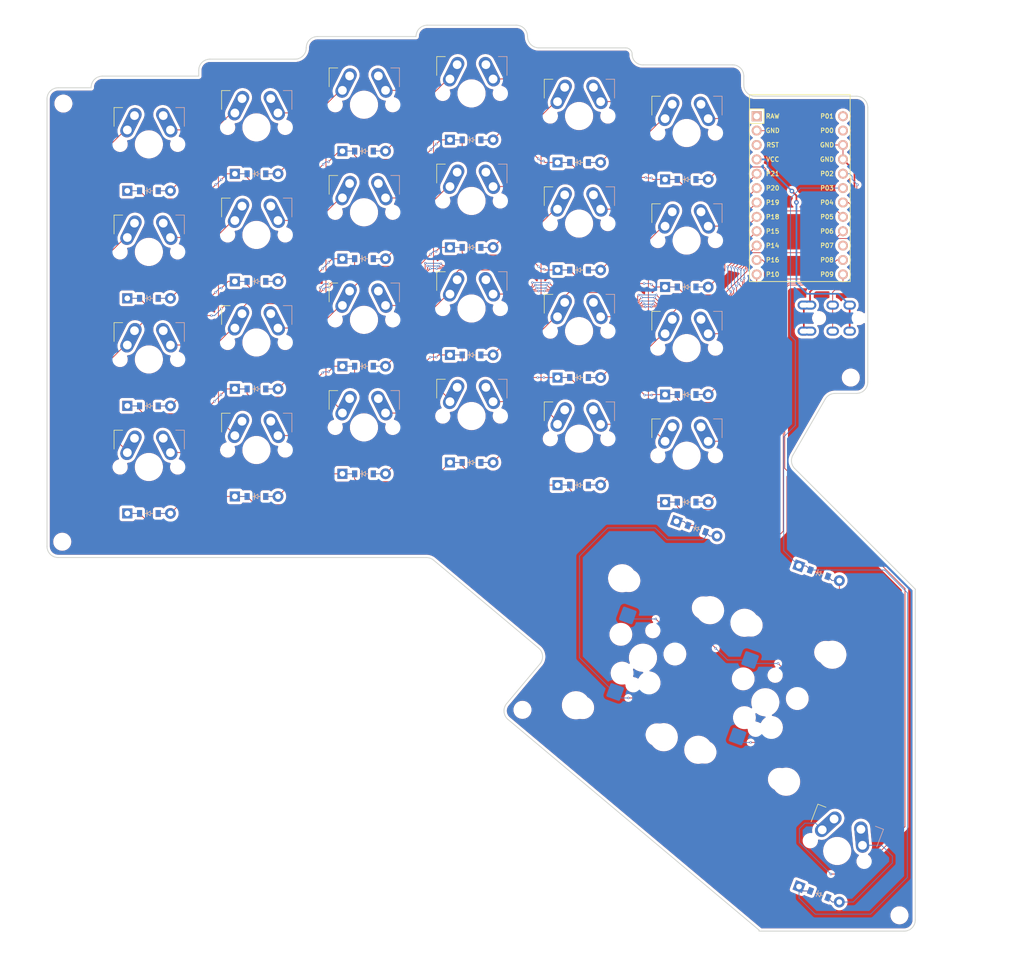
<source format=kicad_pcb>
(kicad_pcb (version 20211014) (generator pcbnew)
  (title_block (title "scaarix_flow") (date "2022-12-09") (rev "v1.0.0") (company "scaarix"))
  (layers (0 "F.Cu" signal) (31 "B.Cu" signal) (34 "B.Paste" user) (35 "F.Paste" user) (36 "B.SilkS" user "B.Silkscreen") (37 "F.SilkS" user "F.Silkscreen") (38 "B.Mask" user) (39 "F.Mask" user) (44 "Edge.Cuts" user))
  (net 0 "")
  (net 1 "P21")
  (net 2 "tab_bottom")
  (net 3 "P16")
  (net 4 "tab_home")
  (net 5 "P10")
  (net 6 "tab_top")
  (net 7 "P6")
  (net 8 "tab_num")
  (net 9 "P5")
  (net 10 "P20")
  (net 11 "pinkie_bottom")
  (net 12 "pinkie_home")
  (net 13 "pinkie_top")
  (net 14 "pinkie_num")
  (net 15 "P19")
  (net 16 "ring_bottom")
  (net 17 "ring_home")
  (net 18 "ring_top")
  (net 19 "ring_num")
  (net 20 "P18")
  (net 21 "middle_bottom")
  (net 22 "middle_home")
  (net 23 "middle_top")
  (net 24 "middle_num")
  (net 25 "P15")
  (net 26 "index_bottom")
  (net 27 "index_home")
  (net 28 "index_top")
  (net 29 "index_num")
  (net 30 "P14")
  (net 31 "far_bottom")
  (net 32 "far_home")
  (net 33 "far_top")
  (net 34 "far_num")
  (net 35 "P8")
  (net 36 "1_bottom")
  (net 37 "P4")
  (net 38 "1_top")
  (net 39 "P3")
  (net 40 "P9")
  (net 41 "2_top")
  (net 42 "RAW")
  (net 43 "GND")
  (net 44 "RST")
  (net 45 "VCC")
  (net 46 "P1")
  (net 47 "P0")
  (net 48 "P2")
  (net 49 "P7")
  (footprint "Erics_Footprints:SW_MX_reversible" (layer "F.Cu") (at 221.3785 105.4115)
    (fp_text reference "S18" hide)
    (fp_text value "")
  )
  (footprint "Erics_Footprints:SW_MX_reversible" (layer "F.Cu") (at 164.3785 88.4115)
    (fp_text reference "S7" hide)
    (fp_text value "")
  )
  (footprint "Erics_Footprints:SW_MX_reversible" (layer "F.Cu") (at 145.3785 72.4115)
    (fp_text reference "S4" hide)
    (fp_text value "")
  )
  (footprint "Erics_Footprints:SW_MX_reversible" (layer "F.Cu") (at 240.3785 108.4115)
    (fp_text reference "S22" hide)
    (fp_text value "")
  )
  (footprint "Erics_Footprints:SW_MX_reversible" (layer "F.Cu") (at 202.3785 120.4115)
    (fp_text reference "S13" hide)
    (fp_text value "")
  )
  (footprint "ComboDiode" (layer "F.Cu") (at 221.3785 94.6115)
    (fp_text reference "D19" hide)
    (fp_text value "" hide)
  )
  (footprint "ComboDiode" (layer "F.Cu") (at 145.3785 80.6115)
    (fp_text reference "D4" hide)
    (fp_text value "" hide)
  )
  (footprint "Erics_Footprints:SW_MX_reversible" (layer "F.Cu") (at 183.3785 84.4115)
    (fp_text reference "S11" hide)
    (fp_text value "")
  )
  (footprint "Erics_Footprints:SW_MX_reversible" (layer "F.Cu") (at 164.3785 69.4115)
    (fp_text reference "S8" hide)
    (fp_text value "")
  )
  (footprint "ComboDiode" (layer "F.Cu") (at 240.3785 135.6115)
    (fp_text reference "D21" hide)
    (fp_text value "" hide)
  )
  (footprint "ComboDiode" (layer "F.Cu") (at 202.3785 71.6115)
    (fp_text reference "D16" hide)
    (fp_text value "" hide)
  )
  (footprint "ProMicro" (layer "F.Cu") (at 260.3785 81.4115 -90)
    (fp_text reference "MCU1" hide)
    (fp_text value "" hide)
  )
  (footprint "Erics_Footprints:SW_MX_reversible" (layer "F.Cu") (at 221.3785 124.4115)
    (fp_text reference "S17" hide)
    (fp_text value "")
  )
  (footprint "ComboDiode" (layer "F.Cu") (at 164.3785 134.6115)
    (fp_text reference "D5" hide)
    (fp_text value "" hide)
  )
  (footprint "ComboDiode" (layer "F.Cu") (at 164.3785 96.6115)
    (fp_text reference "D7" hide)
    (fp_text value "" hide)
  )
  (footprint "Erics_Footprints:SW_MX_reversible" (layer "F.Cu") (at 183.3785 65.4115)
    (fp_text reference "S12" hide)
    (fp_text value "")
  )
  (footprint "ComboDiode" (layer "F.Cu") (at 145.3785 118.6115)
    (fp_text reference "D2" hide)
    (fp_text value "" hide)
  )
  (footprint "Erics_Footprints:SW_MX_reversible" (layer "F.Cu") (at 183.3785 103.4115)
    (fp_text reference "S10" hide)
    (fp_text value "")
  )
  (footprint "Erics_Footprints:SW_MX_reversible" (layer "F.Cu") (at 164.3785 107.4115)
    (fp_text reference "S6" hide)
    (fp_text value "")
  )
  (footprint "ComboDiode" (layer "F.Cu") (at 202.3785 109.6115)
    (fp_text reference "D14" hide)
    (fp_text value "" hide)
  )
  (footprint "ComboDiode" (layer "F.Cu") (at 221.3785 75.6115)
    (fp_text reference "D20" hide)
    (fp_text value "" hide)
  )
  (footprint "Erics_Footprints:SW_MX_reversible" (layer "F.Cu") (at 145.3785 110.4115)
    (fp_text reference "S2" hide)
    (fp_text value "")
  )
  (footprint "ComboDiode" (layer "F.Cu") (at 202.3785 128.6115)
    (fp_text reference "D13" hide)
    (fp_text value "" hide)
  )
  (footprint "Erics_Footprints:SW_MX_reversible" (layer "F.Cu") (at 221.3785 67.4115)
    (fp_text reference "S20" hide)
    (fp_text value "")
  )
  (footprint "TRRS-PJ-320A-dual" (layer "F.Cu") (at 272.3785 105.4115 -90)
    (fp_text reference "REF**")
    (fp_text value "TRRS-PJ-320A-dual")
  )
  (footprint "acheron_MXH:MX200H" (layer "F.Cu") (at 254.277429 170.970856 -110)
    (fp_text reference "S26")
    (fp_text value "")
  )
  (footprint "ComboDiode" (layer "F.Cu") (at 221.3785 132.6115)
    (fp_text reference "D17" hide)
    (fp_text value "" hide)
  )
  (footprint "Erics_Footprints:SW_MX_reversible" (layer "F.Cu") (at 221.3785 86.4115)
    (fp_text reference "S19" hide)
    (fp_text value "")
  )
  (footprint "Erics_Footprints:SW_MX_reversible" (layer "F.Cu") (at 202.3785 82.4115)
    (fp_text reference "S15" hide)
    (fp_text value "")
  )
  (footprint "Erics_Footprints:SW_MX_reversible" (layer "F.Cu") (at 266.9785 197.245274 -21)
    (fp_text reference "S27" hide)
    (fp_text value "")
  )
  (footprint "ComboDiode" (layer "F.Cu") (at 164.3785 115.6115)
    (fp_text reference "D6" hide)
    (fp_text value "" hide)
  )
  (footprint "ComboDiode" (layer "F.Cu") (at 221.3785 113.6115)
    (fp_text reference "D18" hide)
    (fp_text value "" hide)
  )
  (footprint "ComboDiode" (layer "F.Cu") (at 183.3785 92.6115)
    (fp_text reference "D11" hide)
    (fp_text value "" hide)
  )
  (footprint "Erics_Footprints:SW_MX_reversible" (layer "F.Cu") (at 240.3785 127.4115)
    (fp_text reference "S21" hide)
    (fp_text value "")
  )
  (footprint "MountingHole:MountingHole_2.2mm_M2" (layer "F.Cu") (at 269.3785 113.6115)
    (fp_text reference " ")
    (fp_text value " ")
  )
  (footprint "Erics_Footprints:SW_MX_reversible" (layer "F.Cu") (at 183.3785 122.4115)
    (fp_text reference "S9" hide)
    (fp_text value "")
  )
  (footprint "ComboDiode" (layer "F.Cu") (at 240.3785 116.6115)
    (fp_text reference "D22" hide)
    (fp_text value "" hide)
  )
  (footprint "MountingHole:MountingHole_2.2mm_M2" (layer "F.Cu") (at 130.0785 142.6115)
    (fp_text reference " " hide)
    (fp_text value " " hide)
  )
  (footprint "ComboDiode" (layer "F.Cu") (at 183.3785 73.6115)
    (fp_text reference "D12" hide)
    (fp_text value "" hide)
  )
  (footprint "ComboDiode" (layer "F.Cu") (at 242.16557 140.3115 -20)
    (fp_text reference "D25" hide)
    (fp_text value "" hide)
  )
  (footprint "ComboDiode" (layer "F.Cu") (at 263.7785 148.177964 -20)
    (fp_text reference "D26" hide)
    (fp_text value "" hide)
  )
  (footprint "Erics_Footprints:SW_MX_reversible" (layer "F.Cu") (at 240.3785 89.4115)
    (fp_text reference "S23" hide)
    (fp_text value "")
  )
  (footprint "MountingHole:MountingHole_2.2mm_M2" (layer "F.Cu") (at 277.9785 208.6115)
    (fp_text reference " ")
    (fp_text value " ")
  )
  (footprint "ComboDiode" (layer "F.Cu") (at 202.3785 90.6115)
    (fp_text reference "D15" hide)
    (fp_text value "" hide)
  )
  (footprint "ComboDiode" (layer "F.Cu") (at 240.3785 97.6115)
    (fp_text reference "D23" hide)
    (fp_text value "" hide)
  )
  (footprint "ComboDiode" (layer "F.Cu") (at 240.3785 78.6115)
    (fp_text reference "D24" hide)
    (fp_text value "" hide)
  )
  (footprint "MountingHole:MountingHole_2.2mm_M2" (layer "F.Cu") (at 211.3785 172.3115)
    (fp_text reference " " hide)
    (fp_text value " ")
  )
  (footprint "Erics_Footprints:SW_MX_reversible" (layer "F.Cu") (at 202.3785 63.4115)
    (fp_text reference "S16" hide)
    (fp_text value "")
  )
  (footprint "Erics_Footprints:SW_MX_reversible" (layer "F.Cu") (at 164.3785 126.4115)
    (fp_text reference "S5" hide)
    (fp_text value "")
  )
  (footprint "ComboDiode" (layer "F.Cu") (at 263.793213 204.900634 -21)
    (fp_text reference "D27" hide)
    (fp_text value "" hide)
  )
  (footprint "Erics_Footprints:SW_MX_reversible" (layer "F.Cu") (at 145.3785 129.4115)
    (fp_text reference "S1" hide)
    (fp_text value "")
  )
  (footprint "MountingHole:MountingHole_2.2mm_M2" (layer "F.Cu") (at 130.2785 65.2115)
    (fp_text reference " ")
    (fp_text value " ")
  )
  (footprint "acheron_MXH:MX200H" (layer "F.Cu") (at 232.664499 163.104393 -110)
    (fp_text reference "S25")
    (fp_text value "")
  )
  (footprint "Erics_Footprints:SW_MX_reversible" (layer "F.Cu") (at 202.3785 101.4115)
    (fp_text reference "S14" hide)
    (fp_text value "")
  )
  (footprint "ComboDiode" (layer "F.Cu") (at 164.3785 77.6115)
    (fp_text reference "D8" hide)
    (fp_text value "" hide)
  )
  (footprint "ComboDiode" (layer "F.Cu") (at 183.3785 111.6115)
    (fp_text reference "D10" hide)
    (fp_text value "" hide)
  )
  (footprint "ComboDiode" (layer "F.Cu") (at 183.3785 130.6115)
    (fp_text reference "D9" hide)
    (fp_text value "" hide)
  )
  (footprint "ComboDiode" (layer "F.Cu") (at 145.3785 137.6115)
    (fp_text reference "D1" hide)
    (fp_text value "" hide)
  )
  (footprint "ComboDiode" (layer "F.Cu") (at 145.3785 99.6115)
    (fp_text reference "D3" hide)
    (fp_text value "" hide)
  )
  (footprint "Erics_Footprints:SW_MX_reversible" (layer "F.Cu") (at 145.3785 91.4115)
    (fp_text reference "S3" hide)
    (fp_text value "")
  )
  (footprint "Erics_Footprints:SW_MX_reversible" (layer "F.Cu") (at 240.3785 70.4115)
    (fp_text reference "S24" hide)
    (fp_text value "")
  )
  (footprint "acheron_MXH:MX200H" (layer "B.Cu") (at 254.277429 170.970856 -110)
    (fp_text reference "S26")
    (fp_text value "")
  )
  (footprint "acheron_MXH:MX200H" (layer "B.Cu") (at 232.664499 163.104393 -110)
    (fp_text reference "S25")
    (fp_text value "")
  )
  (gr_line (start 173.1785 55.3515) (end 173.1785 55.3715) (layer "Edge.Cuts") (width 0.15))
  (gr_line (start 280.7785 209.4215) (end 280.7785 151.054916) (layer "Edge.Cuts") (width 0.15))
  (gr_arc (start 135.1785 62.3515) (mid 135.761358 60.944358) (end 137.1685 60.3615) (layer "Edge.Cuts") (width 0.15))
  (gr_arc (start 192.5785 53.3515) (mid 193.161358 51.944358) (end 194.5685 51.3615) (layer "Edge.Cuts") (width 0.15))
  (gr_line (start 171.1885 57.3615) (end 156.1685 57.3615) (layer "Edge.Cuts") (width 0.15))
  (gr_arc (start 127.3785 64.4015) (mid 127.961358 62.994358) (end 129.3685 62.4115) (layer "Edge.Cuts") (width 0.15))
  (gr_arc (start 272.3785 114.4215) (mid 271.795642 115.828642) (end 270.3885 116.4115) (layer "Edge.Cuts") (width 0.15))
  (gr_line (start 280.810111 151.023306) (end 259.482387 129.695582) (layer "Edge.Cuts") (width 0.15))
  (gr_line (start 214.465087 164.195296) (end 208.580047 171.208814) (layer "Edge.Cuts") (width 0.15))
  (gr_line (start 129.3685 145.4115) (end 194.406898 145.4115) (layer "Edge.Cuts") (width 0.15))
  (gr_arc (start 210.2885 51.3615) (mid 211.695642 51.944358) (end 212.2785 53.3515) (layer "Edge.Cuts") (width 0.15))
  (gr_line (start 259.166139 127.29344) (end 264.874367 117.4065) (layer "Edge.Cuts") (width 0.15))
  (gr_line (start 192.5785 53.3515) (end 192.5785 53.3615) (layer "Edge.Cuts") (width 0.15))
  (gr_line (start 135.1785 62.4115) (end 129.3685 62.4115) (layer "Edge.Cuts") (width 0.15))
  (gr_arc (start 214.218016 161.390221) (mid 214.922985 162.741546) (end 214.465087 164.195296) (layer "Edge.Cuts") (width 0.15))
  (gr_arc (start 214.2685 55.3615) (mid 212.861358 54.778642) (end 212.2785 53.3715) (layer "Edge.Cuts") (width 0.15))
  (gr_line (start 253.1785 211.22912) (end 253.1785 211.4115) (layer "Edge.Cuts") (width 0.15))
  (gr_line (start 214.218016 161.390221) (end 195.684256 145.875572) (layer "Edge.Cuts") (width 0.15))
  (gr_line (start 154.1785 59.3515) (end 154.1785 60.3615) (layer "Edge.Cuts") (width 0.15))
  (gr_arc (start 129.3685 145.4115) (mid 127.961358 144.828642) (end 127.3785 143.4215) (layer "Edge.Cuts") (width 0.15))
  (gr_line (start 154.1785 60.3615) (end 137.1685 60.3615) (layer "Edge.Cuts") (width 0.15))
  (gr_arc (start 270.3885 63.9115) (mid 271.795642 64.494358) (end 272.3785 65.9015) (layer "Edge.Cuts") (width 0.15))
  (gr_line (start 253.1785 211.4115) (end 278.7885 211.4115) (layer "Edge.Cuts") (width 0.15))
  (gr_arc (start 208.825329 174.01239) (mid 208.122046 172.661401) (end 208.580047 171.208814) (layer "Edge.Cuts") (width 0.15))
  (gr_line (start 127.3785 64.4015) (end 127.3785 143.4215) (layer "Edge.Cuts") (width 0.15))
  (gr_arc (start 194.406898 145.4115) (mid 195.086421 145.531112) (end 195.684256 145.875572) (layer "Edge.Cuts") (width 0.15))
  (gr_line (start 229.6585 55.3615) (end 214.2685 55.3615) (layer "Edge.Cuts") (width 0.15))
  (gr_arc (start 173.1785 55.3515) (mid 173.761358 53.944358) (end 175.1685 53.3615) (layer "Edge.Cuts") (width 0.15))
  (gr_arc (start 232.7085 58.3615) (mid 231.382323 57.906974) (end 230.7585 56.6515) (layer "Edge.Cuts") (width 0.15))
  (gr_arc (start 229.6585 55.3615) (mid 230.485323 55.770446) (end 230.7585 56.6515) (layer "Edge.Cuts") (width 0.15))
  (gr_line (start 212.2785 53.3715) (end 212.2785 53.3515) (layer "Edge.Cuts") (width 0.15))
  (gr_arc (start 259.482387 129.695583) (mid 258.916522 128.548183) (end 259.166139 127.29344) (layer "Edge.Cuts") (width 0.15))
  (gr_line (start 270.3885 63.9115) (end 252.4685 63.9115) (layer "Edge.Cuts") (width 0.15))
  (gr_line (start 135.1785 62.3515) (end 135.1785 62.4115) (layer "Edge.Cuts") (width 0.15))
  (gr_line (start 266.597757 116.4115) (end 270.3885 116.4115) (layer "Edge.Cuts") (width 0.15))
  (gr_line (start 280.7785 151.054916) (end 280.810111 151.023306) (layer "Edge.Cuts") (width 0.15))
  (gr_line (start 272.3785 114.4215) (end 272.3785 65.9015) (layer "Edge.Cuts") (width 0.15))
  (gr_line (start 208.825328 174.012389) (end 253.1785 211.22912) (layer "Edge.Cuts") (width 0.15))
  (gr_arc (start 252.4685 63.9115) (mid 251.061358 63.328642) (end 250.4785 61.9215) (layer "Edge.Cuts") (width 0.15))
  (gr_arc (start 173.1785 55.3715) (mid 172.595642 56.778642) (end 171.1885 57.3615) (layer "Edge.Cuts") (width 0.15))
  (gr_arc (start 280.7785 209.4215) (mid 280.195642 210.828642) (end 278.7885 211.4115) (layer "Edge.Cuts") (width 0.15))
  (gr_line (start 210.2885 51.3615) (end 194.5685 51.3615) (layer "Edge.Cuts") (width 0.15))
  (gr_arc (start 248.4885 58.3615) (mid 249.895642 58.944358) (end 250.4785 60.3515) (layer "Edge.Cuts") (width 0.15))
  (gr_line (start 192.5785 53.3615) (end 175.1685 53.3615) (layer "Edge.Cuts") (width 0.15))
  (gr_line (start 250.4785 61.9215) (end 250.4785 60.3515) (layer "Edge.Cuts") (width 0.15))
  (gr_arc (start 154.1785 59.3515) (mid 154.761358 57.944358) (end 156.1685 57.3615) (layer "Edge.Cuts") (width 0.15))
  (gr_arc (start 264.874366 117.4065) (mid 265.602753 116.678093) (end 266.597757 116.4115) (layer "Edge.Cuts") (width 0.15))
  (gr_line (start 248.4885 58.3615) (end 232.7085 58.3615) (layer "Edge.Cuts") (width 0.15))
  (segment (start 216.7575 97.5405) (end 216.1285 96.9115) (width 0.13) (layer "F.Cu") (net 1))
  (segment (start 141.189666 88.8715) (end 141.5685 88.8715) (width 0.13) (layer "F.Cu") (net 1))
  (segment (start 247.17987 99.81287) (end 246.930692 100.062048) (width 0.13) (layer "F.Cu") (net 1))
  (segment (start 246.0285 100.062048) (end 236.079048 100.062048) (width 0.13) (layer "F.Cu") (net 1))
  (segment (start 231.7285 100.0835) (end 228.154308 100.0835) (width 0.13) (layer "F.Cu") (net 1))
  (segment (start 179.3285 95.6475) (end 178.879048 95.6475) (width 0.13) (layer "F.Cu") (net 1))
  (segment (start 247.651292 94.023568) (end 247.651292 94.042307) (width 0.13) (layer "F.Cu") (net 1))
  (segment (start 248.203298 98.789442) (end 247.17987 99.81287) (width 0.13) (layer "F.Cu") (net 1))
  (segment (start 249.5165 80.8435) (end 249.5165 83.7115) (width 0.13) (layer "F.Cu") (net 1))
  (segment (start 138.6585 110.402666) (end 138.6585 91.402666) (width 0.13) (layer "F.Cu") (net 1))
  (segment (start 156.4285 102.6615) (end 145.5085 102.6615) (width 0.13) (layer "F.Cu") (net 1))
  (segment (start 225.980404 97.909596) (end 225.611309 97.5405) (width 0.13) (layer "F.Cu") (net 1))
  (segment (start 252.7585 77.6015) (end 249.5165 80.8435) (width 0.13) (layer "F.Cu") (net 1))
  (segment (start 141.5685 126.6615) (end 138.6585 123.7515) (width 0.13) (layer "F.Cu") (net 1))
  (segment (start 138.6585 72.402666) (end 141.189666 69.8715) (width 0.13) (layer "F.Cu") (net 1))
  (segment (start 204.4285 93.8405) (end 197.3285 93.8405) (width 0.13) (layer "F.Cu") (net 1))
  (segment (start 141.5685 126.8715) (end 141.5685 126.6615) (width 0.13) (layer "F.Cu") (net 1))
  (segment (start 248.203298 98.459957) (end 248.203298 98.789442) (width 0.13) (layer "F.Cu") (net 1))
  (segment (start 163.7785 100.3045) (end 159.3355 100.3045) (width 0.13) (layer "F.Cu") (net 1))
  (segment (start 224.7785 97.5405) (end 217.1785 97.5405) (width 0.13) (layer "F.Cu") (net 1))
  (segment (start 193.065596 95.6475) (end 179.3285 95.6475) (width 0.13) (layer "F.Cu") (net 1))
  (segment (start 225.611309 97.5405) (end 224.7785 97.5405) (width 0.13) (layer "F.Cu") (net 1))
  (segment (start 212.986048 97.5405) (end 212.4785 97.5405) (width 0.13) (layer "F.Cu") (net 1))
  (segment (start 141.189666 69.8715) (end 141.5685 69.8715) (width 0.13) (layer "F.Cu") (net 1))
  (segment (start 194.190146 93.449783) (end 194.190146 94.52295) (width 0.13) (layer "F.Cu") (net 1))
  (segment (start 212.4785 97.5405) (end 210.697856 97.5405) (width 0.13) (layer "F.Cu") (net 1))
  (segment (start 173.572048 100.3045) (end 163.7785 100.3045) (width 0.13) (layer "F.Cu") (net 1))
  (segment (start 246.930692 100.062048) (end 246.0285 100.062048) (width 0.13) (layer "F.Cu") (net 1))
  (segment (start 217.1785 97.5405) (end 216.7575 97.5405) (width 0.13) (layer "F.Cu") (net 1))
  (segment (start 145.5085 102.6615) (end 142.8385 105.3315) (width 0.13) (layer "F.Cu") (net 1))
  (segment (start 236.079048 100.062048) (end 235.0285 99.0115) (width 0.13) (layer "F.Cu") (net 1))
  (segment (start 141.189666 107.8715) (end 141.5685 107.8715) (width 0.13) (layer "F.Cu") (net 1))
  (segment (start 249.5165 91.2115) (end 249.5165 92.460048) (width 0.13) (layer "F.Cu") (net 1))
  (segment (start 174.621774 99.254774) (end 173.572048 100.3045) (width 0.13) (layer "F.Cu") (net 1))
  (segment (start 207.448678 94.291322) (end 206.997856 93.8405) (width 0.13) (layer "F.Cu") (net 1))
  (segment (start 213.120847 97.405701) (end 212.986048 97.5405) (width 0.13) (layer "F.Cu") (net 1))
  (segment (start 213.120847 96.840087) (end 213.120847 97.405701) (width 0.13) (layer "F.Cu") (net 1))
  (segment (start 248.295086 93.379774) (end 247.651292 94.023568) (width 0.13) (layer "F.Cu") (net 1))
  (segment (start 231.7285 99.233128) (end 231.7285 100.0835) (width 0.13) (layer "F.Cu") (net 1))
  (segment (start 231.920867 99.040761) (end 231.7285 99.233128) (width 0.13) (layer "F.Cu") (net 1))
  (segment (start 178.879048 95.6475) (end 178.246774 96.279774) (width 0.13) (layer "F.Cu") (net 1))
  (segment (start 177.465048 97.0615) (end 177.1285 97.0615) (width 0.13) (layer "F.Cu") (net 1))
  (segment (start 210.697856 97.5405) (end 207.448678 94.291322) (width 0.13) (layer "F.Cu") (net 1))
  (segment (start 175.646908 98.22964) (end 174.621774 99.254774) (width 0.13) (layer "F.Cu") (net 1))
  (segment (start 138.6585 91.402666) (end 141.189666 88.8715) (width 0.13) (layer "F.Cu") (net 1))
  (segment (start 249.5165 83.7115) (end 249.5165 91.2115) (width 0.13) (layer "F.Cu") (net 1))
  (segment (start 194.190146 94.52295) (end 194.065048 94.648048) (width 0.13) (layer "F.Cu") (net 1))
  (segment (start 159.3355 100.3045) (end 158.1785 101.4615) (width 0.13) (layer "F.Cu") (net 1))
  (segment (start 206.997856 93.8405) (end 204.4285 93.8405) (width 0.13) (layer "F.Cu") (net 1))
  (segment (start 194.065048 94.648048) (end 193.065596 95.6475) (width 0.13) (layer "F.Cu") (net 1))
  (segment (start 228.154308 100.0835) (end 225.980404 97.909596) (width 0.13) (layer "F.Cu") (net 1))
  (segment (start 249.5165 92.460048) (end 248.596774 93.379774) (width 0.13) (layer "F.Cu") (net 1))
  (segment (start 175.646908 97.745312) (end 175.646908 98.22964) (width 0.13) (layer "F.Cu") (net 1))
  (segment (start 178.246774 96.279774) (end 177.465048 97.0615) (width 0.13) (layer "F.Cu") (net 1))
  (segment (start 138.6585 91.402666) (end 138.6585 72.402666) (width 0.13) (layer "F.Cu") (net 1))
  (segment (start 197.3075 93.8405) (end 196.9785 93.5115) (width 0.13) (layer "F.Cu") (net 1))
  (segment (start 194.21568 93.424249) (end 194.190146 93.449783) (width 0.13) (layer "F.Cu") (net 1))
  (segment (start 138.6585 123.7515) (end 138.6585 110.402666) (width 0.13) (layer "F.Cu") (net 1))
  (segment (start 248.596774 93.379774) (end 248.295086 93.379774) (width 0.13) (layer "F.Cu") (net 1))
  (segment (start 197.3285 93.8405) (end 197.3075 93.8405) (width 0.13) (layer "F.Cu") (net 1))
  (segment (start 138.6585 110.402666) (end 141.189666 107.8715) (width 0.13) (layer "F.Cu") (net 1))
  (via (at 196.9785 93.5115) (size 0.4) (drill 0.2) (layers "F.Cu" "B.Cu") (net 1))
  (via (at 235.0285 99.0115) (size 0.4) (drill 0.2) (layers "F.Cu" "B.Cu") (net 1))
  (via (at 175.646908 97.745312) (size 0.4) (drill 0.2) (layers "F.Cu" "B.Cu") (net 1))
  (via (at 247.651292 94.042307) (size 0.4) (drill 0.2) (layers "F.Cu" "B.Cu") (net 1))
  (via (at 177.1285 97.0615) (size 0.4) (drill 0.2) (layers "F.Cu" "B.Cu") (net 1))
  (via (at 216.1285 96.9115) (size 0.4) (drill 0.2) (layers "F.Cu" "B.Cu") (net 1))
  (via (at 231.920867 99.040761) (size 0.4) (drill 0.2) (layers "F.Cu" "B.Cu") (net 1))
  (via (at 156.4285 102.6615) (size 0.4) (drill 0.2) (layers "F.Cu" "B.Cu") (net 1))
  (via (at 248.203298 98.459957) (size 0.4) (drill 0.2) (layers "F.Cu" "B.Cu") (net 1))
  (via (at 194.21568 93.424249) (size 0.4) (drill 0.2) (layers "F.Cu" "B.Cu") (net 1))
  (via (at 158.1785 101.4615) (size 0.4) (drill 0.2) (layers "F.Cu" "B.Cu") (net 1))
  (via (at 213.120847 96.840087) (size 0.4) (drill 0.2) (layers "F.Cu" "B.Cu") (net 1))
  (segment (start 156.9785 102.6615) (end 156.4285 102.6615) (width 0.13) (layer "B.Cu") (net 1))
  (segment (start 176.33072 97.0615) (end 175.646908 97.745312) (width 0.13) (layer "B.Cu") (net 1))
  (segment (start 158.1785 101.4615) (end 156.9785 102.6615) (width 0.13) (layer "B.Cu") (net 1))
  (segment (start 247.651292 94.042307) (end 247.651292 97.907951) (width 0.13) (layer "B.Cu") (net 1))
  (segment (start 216.0435 96.8265) (end 213.134434 96.8265) (width 0.13) (layer "B.Cu") (net 1))
  (segment (start 213.134434 96.8265) (end 213.120847 96.840087) (width 0.13) (layer "B.Cu") (net 1))
  (segment (start 216.1285 96.9115) (end 216.0435 96.8265) (width 0.13) (layer "B.Cu") (net 1))
  (segment (start 231.950128 99.0115) (end 231.920867 99.040761) (width 0.13) (layer "B.Cu") (net 1))
  (segment (start 177.1285 97.0615) (end 176.33072 97.0615) (width 0.13) (layer "B.Cu") (net 1))
  (segment (start 235.0285 99.0115) (end 231.950128 99.0115) (width 0.13) (layer "B.Cu") (net 1))
  (segment (start 196.891249 93.424249) (end 194.21568 93.424249) (width 0.13) (layer "B.Cu") (net 1))
  (segment (start 247.651292 97.907951) (end 248.203298 98.459957) (width 0.13) (layer "B.Cu") (net 1))
  (segment (start 196.9785 93.5115) (end 196.891249 93.424249) (width 0.13) (layer "B.Cu") (net 1))
  (segment (start 149.2085 126.8615) (end 151.5985 126.8615) (width 0.13) (layer "F.Cu") (net 2))
  (segment (start 152.0785 134.7315) (end 149.2085 137.6015) (width 0.13) (layer "F.Cu") (net 2))
  (segment (start 147.0285 137.6115) (end 149.1885 137.6115) (width 0.13) (layer "F.Cu") (net 2))
  (segment (start 151.5985 126.8615) (end 152.0785 127.3415) (width 0.13) (layer "F.Cu") (net 2))
  (segment (start 152.0785 127.3415) (end 152.0785 134.7315) (width 0.13) (layer "F.Cu") (net 2))
  (segment (start 149.1885 137.6115) (end 147.0285 137.6115) (width 0.13) (layer "B.Cu") (net 2))
  (segment (start 181.7285 131.5215) (end 182.2085 132.0015) (width 0.13) (layer "F.Cu") (net 3))
  (segment (start 239.2585 136.9015) (end 238.7285 136.3715) (width 0.13) (layer "F.Cu") (net 3))
  (segment (start 171.7085 136.0515) (end 164.1685 136.0515) (width 0.13) (layer "F.Cu") (net 3))
  (segment (start 219.7285 132.6115) (end 217.5685 132.6115) (width 0.13) (layer "F.Cu") (net 3))
  (segment (start 195.1785 132.0015) (end 198.5685 128.6115) (width 0.13) (layer "F.Cu") (net 3))
  (segment (start 179.5685 130.6115) (end 177.1485 130.6115) (width 0.13) (layer "F.Cu") (net 3))
  (segment (start 254.1085 93.1515) (end 253.7985 92.8415) (width 0.13) (layer "F.Cu") (net 3))
  (segment (start 145.2685 139.1515) (end 143.7285 137.6115) (width 0.13) (layer "F.Cu") (net 3))
  (segment (start 254.1085 96.4015) (end 251.4085 99.1015) (width 0.13) (layer "F.Cu") (net 3))
  (segment (start 238.7285 135.6115) (end 236.5685 135.6115) (width 0.13) (layer "F.Cu") (net 3))
  (segment (start 160.5685 134.6115) (end 155.3985 134.6115) (width 0.13) (layer "F.Cu") (net 3))
  (segment (start 253.7985 92.8415) (end 252.7585 92.8415) (width 0.13) (layer "F.Cu") (net 3))
  (segment (start 200.7285 129.1715) (end 200.7285 128.6115) (width 0.13) (layer "F.Cu") (net 3))
  (segment (start 198.5685 128.6115) (end 200.7285 128.6115) (width 0.13) (layer "F.Cu") (net 3))
  (segment (start 254.1085 96.4015) (end 254.1085 93.1515) (width 0.13) (layer "F.Cu") (net 3))
  (segment (start 251.4085 99.1015) (end 251.4085 131.1015) (width 0.13) (layer "F.Cu") (net 3))
  (segment (start 238.7285 136.3715) (end 238.7285 135.6115) (width 0.13) (layer "F.Cu") (net 3))
  (segment (start 245.6085 136.9015) (end 239.2585 136.9015) (width 0.13) (layer "F.Cu") (net 3))
  (segment (start 141.5685 137.6115) (end 143.7285 137.6115) (width 0.13) (layer "F.Cu") (net 3))
  (segment (start 181.7285 130.6115) (end 181.7285 131.5215) (width 0.13) (layer "F.Cu") (net 3))
  (segment (start 177.1485 130.6115) (end 171.7085 136.0515) (width 0.13) (layer "F.Cu") (net 3))
  (segment (start 181.7285 130.6115) (end 179.5685 130.6115) (width 0.13) (layer "F.Cu") (net 3))
  (segment (start 236.5685 135.6115) (end 221.9685 135.6115) (width 0.13) (layer "F.Cu") (net 3))
  (segment (start 204.1685 132.6115) (end 200.7285 129.1715) (width 0.13) (layer "F.Cu") (net 3))
  (segment (start 221.9685 135.6115) (end 219.7285 133.3715) (width 0.13) (layer "F.Cu") (net 3))
  (segment (start 219.7285 133.3715) (end 219.7285 132.6115) (width 0.13) (layer "F.Cu") (net 3))
  (segment (start 155.3985 134.6115) (end 150.8585 139.1515) (width 0.13) (layer "F.Cu") (net 3))
  (segment (start 162.7285 134.6115) (end 160.5685 134.6115) (width 0.13) (layer "F.Cu") (net 3))
  (segment (start 164.1685 136.0515) (end 162.7285 134.6115) (width 0.13) (layer "F.Cu") (net 3))
  (segment (start 251.4085 131.1015) (end 245.6085 136.9015) (width 0.13) (layer "F.Cu") (net 3))
  (segment (start 150.8585 139.1515) (end 145.2685 139.1515) (width 0.13) (layer "F.Cu") (net 3))
  (segment (start 182.2085 132.0015) (end 195.1785 132.0015) (width 0.13) (layer "F.Cu") (net 3))
  (segment (start 217.5685 132.6115) (end 204.1685 132.6115) (width 0.13) (layer "F.Cu") (net 3))
  (segment (start 236.5685 135.6115) (end 238.7285 135.6115) (width 0.13) (layer "B.Cu") (net 3))
  (segment (start 198.5685 128.6115) (end 200.7285 128.6115) (width 0.13) (layer "B.Cu") (net 3))
  (segment (start 217.5685 132.6115) (end 219.7285 132.6115) (width 0.13) (layer "B.Cu") (net 3))
  (segment (start 179.5685 130.6115) (end 181.7285 130.6115) (width 0.13) (layer "B.Cu") (net 3))
  (segment (start 141.5685 137.6115) (end 143.7285 137.6115) (width 0.13) (layer "B.Cu") (net 3))
  (segment (start 160.5685 134.6115) (end 162.7285 134.6115) (width 0.13) (layer "B.Cu") (net 3))
  (segment (start 149.2085 107.8615) (end 151.5985 107.8615) (width 0.13) (layer "F.Cu") (net 4))
  (segment (start 147.0285 118.6115) (end 149.1885 118.6115) (width 0.13) (layer "F.Cu") (net 4))
  (segment (start 151.5985 107.8615) (end 152.0785 108.3415) (width 0.13) (layer "F.Cu") (net 4))
  (segment (start 152.0785 108.3415) (end 152.0785 115.7315) (width 0.13) (layer "F.Cu") (net 4))
  (segment (start 152.0785 115.7315) (end 149.2085 118.6015) (width 0.13) (layer "F.Cu") (net 4))
  (segment (start 149.1885 118.6115) (end 147.0285 118.6115) (width 0.13) (layer "B.Cu") (net 4))
  (segment (start 182.2585 113.2515) (end 181.7285 112.7215) (width 0.13) (layer "F.Cu") (net 5))
  (segment (start 159.1485 115.6115) (end 158.1085 116.6515) (width 0.13) (layer "F.Cu") (net 5))
  (segment (start 144.4585 120.0015) (end 143.7285 119.2715) (width 0.13) (layer "F.Cu") (net 5))
  (segment (start 160.5685 115.6115) (end 159.1485 115.6115) (width 0.13) (layer "F.Cu") (net 5))
  (segment (start 181.7285 112.7215) (end 181.7285 111.6115) (width 0.13) (layer "F.Cu") (net 5))
  (segment (start 252.7585 95.3815) (end 252.7585 97.388048) (width 0.13) (layer "F.Cu") (net 5))
  (segment (start 239.3585 118.0015) (end 238.7285 117.3715) (width 0.13) (layer "F.Cu") (net 5))
  (segment (start 200.7285 110.7215) (end 200.7285 109.6115) (width 0.13) (layer "F.Cu") (net 5))
  (segment (start 222.0085 115.7015) (end 231.9585 115.7015) (width 0.13) (layer "F.Cu") (net 5))
  (segment (start 178.0985 111.6115) (end 177.1085 112.6015) (width 0.13) (layer "F.Cu") (net 5))
  (segment (start 231.9585 115.7015) (end 232.9585 116.7015) (width 0.13) (layer "F.Cu") (net 5))
  (segment (start 143.7285 119.2715) (end 143.7285 118.6115) (width 0.13) (layer "F.Cu") (net 5))
  (segment (start 176.061543 112.786257) (end 171.7963 117.0515) (width 0.13) (layer "F.Cu") (net 5))
  (segment (start 217.5685 113.6115) (end 219.7285 113.6115) (width 0.13) (layer "F.Cu") (net 5))
  (segment (start 248.3585 118.0015) (end 239.3585 118.0015) (width 0.13) (layer "F.Cu") (net 5))
  (segment (start 234.2085 116.7015) (end 234.2985 116.6115) (width 0.13) (layer "F.Cu") (net 5))
  (segment (start 196.5485 109.6115) (end 196.1585 110.0015) (width 0.13) (layer "F.Cu") (net 5))
  (segment (start 201.1085 111.1015) (end 200.7285 110.7215) (width 0.13) (layer "F.Cu") (net 5))
  (segment (start 209.8585 113.6015) (end 207.3585 111.1015) (width 0.13) (layer "F.Cu") (net 5))
  (segment (start 221.8185 115.7015) (end 222.0085 115.7015) (width 0.13) (layer "F.Cu") (net 5))
  (segment (start 200.7285 109.6115) (end 198.5685 109.6115) (width 0.13) (layer "F.Cu") (net 5))
  (segment (start 251.1515 98.995047) (end 251.1515 115.2085) (width 0.13) (layer "F.Cu") (net 5))
  (segment (start 215.1685 113.6115) (end 215.1585 113.6015) (width 0.13) (layer "F.Cu") (net 5))
  (segment (start 195.0585 110.0515) (end 191.8585 113.2515) (width 0.13) (layer "F.Cu") (net 5))
  (segment (start 179.5685 111.6115) (end 178.0985 111.6115) (width 0.13) (layer "F.Cu") (net 5))
  (segment (start 181.7285 111.6115) (end 179.5685 111.6115) (width 0.13) (layer "F.Cu") (net 5))
  (segment (start 163.3085 117.0515) (end 162.7285 116.4715) (width 0.13) (layer "F.Cu") (net 5))
  (segment (start 252.7585 97.388048) (end 251.1515 98.995047) (width 0.13) (layer "F.Cu") (net 5))
  (segment (start 143.7285 118.6115) (end 141.5685 118.6115) (width 0.13) (layer "F.Cu") (net 5))
  (segment (start 207.3585 111.1015) (end 201.1085 111.1015) (width 0.13) (layer "F.Cu") (net 5))
  (segment (start 171.7963 117.0515) (end 163.3085 117.0515) (width 0.13) (layer "F.Cu") (net 5))
  (segment (start 162.7285 116.4715) (end 162.7285 115.6115) (width 0.13) (layer "F.Cu") (net 5))
  (segment (start 219.7285 113.6115) (end 221.8185 115.7015) (width 0.13) (layer "F.Cu") (net 5))
  (segment (start 238.7285 116.6115) (end 236.5685 116.6115) (width 0.13) (layer "F.Cu") (net 5))
  (segment (start 214.0585 113.6015) (end 209.8585 113.6015) (width 0.13) (layer "F.Cu") (net 5))
  (segment (start 234.2985 116.6115) (end 236.5685 116.6115) (width 0.13) (layer "F.Cu") (net 5))
  (segment (start 154.7585 120.0015) (end 144.4585 120.0015) (width 0.13) (layer "F.Cu") (net 5))
  (segment (start 251.1515 115.2085) (end 248.3585 118.0015) (width 0.13) (layer "F.Cu") (net 5))
  (segment (start 238.7285 117.3715) (end 238.7285 116.6115) (width 0.13) (layer "F.Cu") (net 5))
  (segment (start 156.9585 117.8015) (end 154.7585 120.0015) (width 0.13) (layer "F.Cu") (net 5))
  (segment (start 217.5685 113.6115) (end 215.1685 113.6115) (width 0.13) (layer "F.Cu") (net 5))
  (segment (start 198.5685 109.6115) (end 196.5485 109.6115) (width 0.13) (layer "F.Cu") (net 5))
  (segment (start 160.5685 115.6115) (end 162.7285 115.6115) (width 0.13) (layer "F.Cu") (net 5))
  (segment (start 191.8585 113.2515) (end 182.2585 113.2515) (width 0.13) (layer "F.Cu") (net 5))
  (via (at 195.0585 110.0515) (size 0.4) (drill 0.2) (layers "F.Cu" "B.Cu") (net 5))
  (via (at 232.9585 116.7015) (size 0.4) (drill 0.2) (layers "F.Cu" "B.Cu") (net 5))
  (via (at 158.1085 116.6515) (size 0.4) (drill 0.2) (layers "F.Cu" "B.Cu") (net 5))
  (via (at 176.061543 112.786257) (size 0.4) (drill 0.2) (layers "F.Cu" "B.Cu") (net 5))
  (via (at 234.2085 116.7015) (size 0.4) (drill 0.2) (layers "F.Cu" "B.Cu") (net 5))
  (via (at 156.9585 117.8015) (size 0.4) (drill 0.2) (layers "F.Cu" "B.Cu") (net 5))
  (via (at 215.1585 113.6015) (size 0.4) (drill 0.2) (layers "F.Cu" "B.Cu") (net 5))
  (via (at 214.0585 113.6015) (size 0.4) (drill 0.2) (layers "F.Cu" "B.Cu") (net 5))
  (via (at 196.1585 110.0015) (size 0.4) (drill 0.2) (layers "F.Cu" "B.Cu") (net 5))
  (via (at 177.1085 112.6015) (size 0.4) (drill 0.2) (layers "F.Cu" "B.Cu") (net 5))
  (segment (start 219.7285 113.6115) (end 217.5685 113.6115) (width 0.13) (layer "B.Cu") (net 5))
  (segment (start 158.1085 116.6515) (end 156.9585 117.8015) (width 0.13) (layer "B.Cu") (net 5))
  (segment (start 236.5685 116.6115) (end 238.7285 116.6115) (width 0.13) (layer "B.Cu") (net 5))
  (segment (start 195.1085 110.0015) (end 195.0585 110.0515) (width 0.13) (layer "B.Cu") (net 5))
  (segment (start 181.7285 111.6115) (end 179.5685 111.6115) (width 0.13) (layer "B.Cu") (net 5))
  (segment (start 215.1585 113.6015) (end 214.0585 113.6015) (width 0.13) (layer "B.Cu") (net 5))
  (segment (start 196.1585 110.0015) (end 195.1085 110.0015) (width 0.13) (layer "B.Cu") (net 5))
  (segment (start 176.2463 112.6015) (end 176.061543 112.786257) (width 0.13) (layer "B.Cu") (net 5))
  (segment (start 198.5685 109.6115) (end 200.7285 109.6115) (width 0.13) (layer "B.Cu") (net 5))
  (segment (start 160.5685 115.6115) (end 162.7285 115.6115) (width 0.13) (layer "B.Cu") (net 5))
  (segment (start 232.9585 116.7015) (end 234.2085 116.7015) (width 0.13) (layer "B.Cu") (net 5))
  (segment (start 141.5685 118.6115) (end 143.7285 118.6115) (width 0.13) (layer "B.Cu") (net 5))
  (segment (start 177.1085 112.6015) (end 176.2463 112.6015) (width 0.13) (layer "B.Cu") (net 5))
  (segment (start 152.0785 96.7315) (end 149.2085 99.6015) (width 0.13) (layer "F.Cu") (net 6))
  (segment (start 152.0785 89.3415) (end 152.0785 96.7315) (width 0.13) (layer "F.Cu") (net 6))
  (segment (start 147.0285 99.6115) (end 149.1885 99.6115) (width 0.13) (layer "F.Cu") (net 6))
  (segment (start 151.5985 88.8615) (end 152.0785 89.3415) (width 0.13) (layer "F.Cu") (net 6))
  (segment (start 149.2085 88.8615) (end 151.5985 88.8615) (width 0.13) (layer "F.Cu") (net 6))
  (segment (start 147.0285 99.6115) (end 149.1885 99.6115) (width 0.13) (layer "B.Cu") (net 6))
  (segment (start 195.1585 91.8015) (end 193.0085 93.9515) (width 0.13) (layer "F.Cu") (net 7))
  (segment (start 181.7285 92.6115) (end 179.5685 92.6115) (width 0.13) (layer "F.Cu") (net 7))
  (segment (start 176.0585 94.4015) (end 172.4085 98.0515) (width 0.13) (layer "F.Cu") (net 7))
  (segment (start 251.0585 92.3515) (end 251.0585 94.8015) (width 0.13) (layer "F.Cu") (net 7))
  (segment (start 198.5685 90.6115) (end 196.7985 90.6115) (width 0.13) (layer "F.Cu") (net 7))
  (segment (start 217.5685 94.6115) (end 215.3685 94.6115) (width 0.13) (layer "F.Cu") (net 7))
  (segment (start 181.7285 93.7215) (end 181.7285 92.6115) (width 0.13) (layer "F.Cu") (net 7))
  (segment (start 157.1585 98.5515) (end 154.6085 101.1015) (width 0.13) (layer "F.Cu") (net 7))
  (segment (start 181.9585 93.9515) (end 181.7285 93.7215) (width 0.13) (layer "F.Cu") (net 7))
  (segment (start 246.8585 99.0015) (end 240.1185 99.0015) (width 0.13) (layer "F.Cu") (net 7))
  (segment (start 193.0085 93.9515) (end 181.9585 93.9515) (width 0.13) (layer "F.Cu") (net 7))
  (segment (start 234.6185 97.6115) (end 234.2085 97.2015) (width 0.13) (layer "F.Cu") (net 7))
  (segment (start 177.7985 92.6115) (end 177.1585 93.2515) (width 0.13) (layer "F.Cu") (net 7))
  (segment (start 159.3985 96.6115) (end 158.2085 97.8015) (width 0.13) (layer "F.Cu") (net 7))
  (segment (start 214.2085 94.0015) (end 212.1585 91.9515) (width 0.13) (layer "F.Cu") (net 7))
  (segment (start 219.7285 94.6115) (end 217.5685 94.6115) (width 0.13) (layer "F.Cu") (net 7))
  (segment (start 232.8585 97.0015) (end 222.1185 97.0015) (width 0.13) (layer "F.Cu") (net 7))
  (segment (start 267.9985 87.7615) (end 266.9585 88.8015) (width 0.13) (layer "F.Cu") (net 7))
  (segment (start 212.1585 91.9515) (end 201.1085 91.9515) (width 0.13) (layer "F.Cu") (net 7))
  (segment (start 201.1085 91.9515) (end 200.7285 91.5715) (width 0.13) (layer "F.Cu") (net 7))
  (segment (start 266.9585 88.8015) (end 264.9085 88.8015) (width 0.13) (layer "F.Cu") (net 7))
  (segment (start 264.9085 88.8015) (end 264.0585 89.6515) (width 0.13) (layer "F.Cu") (net 7))
  (segment (start 162.7285 97.2215) (end 162.7285 96.6115) (width 0.13) (layer "F.Cu") (net 7))
  (segment (start 160.5685 96.6115) (end 159.3985 96.6115) (width 0.13) (layer "F.Cu") (net 7))
  (segment (start 162.7285 96.6115) (end 160.5685 96.6115) (width 0.13) (layer "F.Cu") (net 7))
  (segment (start 263.3585 91.5515) (end 251.8585 91.5515) (width 0.13) (layer "F.Cu") (net 7))
  (segment (start 222.1185 97.0015) (end 219.7285 94.6115) (width 0.13) (layer "F.Cu") (net 7))
  (segment (start 154.6085 101.1015) (end 145.2185 101.1015) (width 0.13) (layer "F.Cu") (net 7))
  (segment (start 145.2185 101.1015) (end 143.7285 99.6115) (width 0.13) (layer "F.Cu") (net 7))
  (segment (start 240.1185 99.0015) (end 238.7285 97.6115) (width 0.13) (layer "F.Cu") (net 7))
  (segment (start 251.0585 94.8015) (end 246.8585 99.0015) (width 0.13) (layer "F.Cu") (net 7))
  (segment (start 215.3685 94.6115) (end 215.2085 94.4515) (width 0.13) (layer "F.Cu") (net 7))
  (segment (start 163.5585 98.0515) (end 162.7285 97.2215) (width 0.13) (layer "F.Cu") (net 7))
  (segment (start 141.5685 99.6115) (end 143.7285 99.6115) (width 0.13) (layer "F.Cu") (net 7))
  (segment (start 172.4085 98.0515) (end 163.5585 98.0515) (width 0.13) (layer "F.Cu") (net 7))
  (segment (start 264.0585 90.8515) (end 263.3585 91.5515) (width 0.13) (layer "F.Cu") (net 7))
  (segment (start 251.8585 91.5515) (end 251.0585 92.3515) (width 0.13) (layer "F.Cu") (net 7))
  (segment (start 264.0585 89.6515) (end 264.0585 90.8515) (width 0.13) (layer "F.Cu") (net 7))
  (segment (start 236.5685 97.6115) (end 234.6185 97.6115) (width 0.13) (layer "F.Cu") (net 7))
  (segment (start 236.5685 97.6115) (end 238.7285 97.6115) (width 0.13) (layer "F.Cu") (net 7))
  (segment (start 200.7285 90.6115) (end 198.5685 90.6115) (width 0.13) (layer "F.Cu") (net 7))
  (segment (start 196.7985 90.6115) (end 196.1085 91.3015) (width 0.13) (layer "F.Cu") (net 7))
  (segment (start 200.7285 91.5715) (end 200.7285 90.6115) (width 0.13) (layer "F.Cu") (net 7))
  (segment (start 179.5685 92.6115) (end 177.7985 92.6115) (width 0.13) (layer "F.Cu") (net 7))
  (via (at 196.1085 91.3015) (size 0.4) (drill 0.2) (layers "F.Cu" "B.Cu") (net 7))
  (via (at 176.0585 94.4015) (size 0.4) (drill 0.2) (layers "F.Cu" "B.Cu") (net 7))
  (via (at 158.2085 97.8015) (size 0.4) (drill 0.2) (layers "F.Cu" "B.Cu") (net 7))
  (via (at 157.1585 98.5515) (size 0.4) (drill 0.2) (layers "F.Cu" "B.Cu") (net 7))
  (via (at 232.8585 97.0015) (size 0.4) (drill 0.2) (layers "F.Cu" "B.Cu") (net 7))
  (via (at 177.1585 93.2515) (size 0.4) (drill 0.2) (layers "F.Cu" "B.Cu") (net 7))
  (via (at 215.2085 94.4515) (size 0.4) (drill 0.2) (layers "F.Cu" "B.Cu") (net 7))
  (via (at 234.2085 97.2015) (size 0.4) (drill 0.2) (layers "F.Cu" "B.Cu") (net 7))
  (via (at 214.2085 94.0015) (size 0.4) (drill 0.2) (layers "F.Cu" "B.Cu") (net 7))
  (via (at 195.1585 91.8015) (size 0.4) (drill 0.2) (layers "F.Cu" "B.Cu") (net 7))
  (segment (start 195.6585 91.3015) (end 195.1585 91.8015) (width 0.13) (layer "B.Cu") (net 7))
  (segment (start 214.6585 94.4515) (end 214.2085 94.0015) (width 0.13) (layer "B.Cu") (net 7))
  (segment (start 157.9085 97.8015) (end 157.1585 98.5515) (width 0.13) (layer "B.Cu") (net 7))
  (segment (start 196.1085 91.3015) (end 195.6585 91.3015) (width 0.13) (layer "B.Cu") (net 7))
  (segment (start 158.2085 97.8015) (end 157.9085 97.8015) (width 0.13) (layer "B.Cu") (net 7))
  (segment (start 176.0585 94.3515) (end 176.0585 94.4015) (width 0.13) (layer "B.Cu") (net 7))
  (segment (start 177.1585 93.2515) (end 176.0585 94.3515) (width 0.13) (layer "B.Cu") (net 7))
  (segment (start 160.5685 96.6115) (end 162.7285 96.6115) (width 0.13) (layer "B.Cu") (net 7))
  (segment (start 179.5685 92.6115) (end 181.7285 92.6115) (width 0.13) (layer "B.Cu") (net 7))
  (segment (start 217.5685 94.6115) (end 219.7285 94.6115) (width 0.13) (layer "B.Cu") (net 7))
  (segment (start 141.5685 99.6115) (end 143.7285 99.6115) (width 0.13) (layer "B.Cu") (net 7))
  (segment (start 238.7285 97.6115) (end 236.5685 97.6115) (width 0.13) (layer "B.Cu") (net 7))
  (segment (start 234.2085 97.2015) (end 234.0085 97.0015) (width 0.13) (layer "B.Cu") (net 7))
  (segment (start 215.2085 94.4515) (end 214.6585 94.4515) (width 0.13) (layer "B.Cu") (net 7))
  (segment (start 234.0085 97.0015) (end 232.8585 97.0015) (width 0.13) (layer "B.Cu") (net 7))
  (segment (start 198.5685 90.6115) (end 200.7285 90.6115) (width 0.13) (layer "B.Cu") (net 7))
  (segment (start 149.2085 69.8515) (end 151.5985 69.8515) (width 0.13) (layer "F.Cu") (net 8))
  (segment (start 152.0785 70.3315) (end 152.0785 77.7215) (width 0.13) (layer "F.Cu") (net 8))
  (segment (start 152.0785 77.7215) (end 149.2085 80.5915) (width 0.13) (layer "F.Cu") (net 8))
  (segment (start 151.5985 69.8515) (end 152.0785 70.3315) (width 0.13) (layer "F.Cu") (net 8))
  (segment (start 149.1885 80.6115) (end 147.0285 80.6115) (width 0.13) (layer "F.Cu") (net 8))
  (segment (start 147.0285 80.6115) (end 149.1885 80.6115) (width 0.13) (layer "B.Cu") (net 8))
  (segment (start 222.3685 78.2515) (end 219.7285 75.6115) (width 0.13) (layer "F.Cu") (net 9))
  (segment (start 160.5685 77.6115) (end 162.7285 77.6115) (width 0.13) (layer "F.Cu") (net 9))
  (segment (start 214.1585 74.9515) (end 212.5585 73.3515) (width 0.13) (layer "F.Cu") (net 9))
  (segment (start 201.3585 73.3515) (end 200.7285 72.7215) (width 0.13) (layer "F.Cu") (net 9))
  (segment (start 200.7285 72.7215) (end 200.7285 71.6115) (width 0.13) (layer "F.Cu") (net 9))
  (segment (start 254.3785 76.7615) (end 254.0285 76.4115) (width 0.13) (layer "F.Cu") (net 9))
  (segment (start 141.5685 80.6115) (end 143.7285 80.6115) (width 0.13) (layer "F.Cu") (net 9))
  (segment (start 178.9985 73.6115) (end 177.1085 75.5015) (width 0.13) (layer "F.Cu") (net 9))
  (segment (start 195.2085 73.3515) (end 193.5085 75.0515) (width 0.13) (layer "F.Cu") (net 9))
  (segment (start 176.1585 75.9515) (end 172.9085 79.2015) (width 0.13) (layer "F.Cu") (net 9))
  (segment (start 254.0285 76.4115) (end 251.6785 76.4115) (width 0.13) (layer "F.Cu") (net 9))
  (segment (start 233.1585 78.2515) (end 222.3685 78.2515) (width 0.13) (layer "F.Cu") (net 9))
  (segment (start 159.1985 77.6115) (end 158.1585 78.6515) (width 0.13) (layer "F.Cu") (net 9))
  (segment (start 250.756775 79.239775) (end 249.435049 80.5615) (width 0.13) (layer "F.Cu") (net 9))
  (segment (start 157.2085 79.5015) (end 154.6585 82.0515) (width 0.13) (layer "F.Cu") (net 9))
  (segment (start 254.3785 83.6115) (end 254.3785 76.7615) (width 0.13) (layer "F.Cu") (net 9))
  (segment (start 236.5685 78.6115) (end 234.4185 78.6115) (width 0.13) (layer "F.Cu") (net 9))
  (segment (start 249.435049 80.5615) (end 240.6785 80.5615) (width 0.13) (layer "F.Cu") (net 9))
  (segment (start 234.4185 78.6115) (end 234.1585 78.3515) (width 0.13) (layer "F.Cu") (net 9))
  (segment (start 181.7285 74.3715) (end 181.7285 73.6115) (width 0.13) (layer "F.Cu") (net 9))
  (segment (start 250.756775 77.333225) (end 250.756775 79.239775) (width 0.13) (layer "F.Cu") (net 9))
  (segment (start 217.5685 75.6115) (end 215.3685 75.6115) (width 0.13) (layer "F.Cu") (net 9))
  (segment (start 182.4085 75.0515) (end 181.7285 74.3715) (width 0.13) (layer "F.Cu") (net 9))
  (segment (start 215.3685 75.6115) (end 215.1085 75.3515) (width 0.13) (layer "F.Cu") (net 9))
  (segment (start 266.9385 84.1615) (end 254.9285 84.1615) (width 0.13) (layer "F.Cu") (net 9))
  (segment (start 240.6785 80.5615) (end 238.7285 78.6115) (width 0.13) (layer "F.Cu") (net 9))
  (segment (start 154.6585 82.0515) (end 145.1685 82.0515) (width 0.13) (layer "F.Cu") (net 9))
  (segment (start 198.5685 71.6115) (end 200.7285 71.6115) (width 0.13) (layer "F.Cu") (net 9))
  (segment (start 254.9285 84.1615) (end 254.3785 83.6115) (width 0.13) (layer "F.Cu") (net 9))
  (segment (start 267.9985 85.2215) (end 266.9385 84.1615) (width 0.13) (layer "F.Cu") (net 9))
  (segment (start 217.5685 75.6115) (end 219.7285 75.6115) (width 0.13) (layer "F.Cu") (net 9))
  (segment (start 163.6585 79.2015) (end 162.7285 78.2715) (width 0.13) (layer "F.Cu") (net 9))
  (segment (start 145.1685 82.0515) (end 143.7285 80.6115) (width 0.13) (layer "F.Cu") (net 9))
  (segment (start 179.5685 73.6115) (end 178.9985 73.6115) (width 0.13) (layer "F.Cu") (net 9))
  (segment (start 160.5685 77.6115) (end 159.1985 77.6115) (width 0.13) (layer "F.Cu") (net 9))
  (segment (start 162.7285 78.2715) (end 162.7285 77.6115) (width 0.13) (layer "F.Cu") (net 9))
  (segment (start 179.5685 73.6115) (end 181.7285 73.6115) (width 0.13) (layer "F.Cu") (net 9))
  (segment (start 238.7285 78.6115) (end 236.5685 78.6115) (width 0.13) (layer "F.Cu") (net 9))
  (segment (start 251.6785 76.4115) (end 250.756775 77.333225) (width 0.13) (layer "F.Cu") (net 9))
  (segment (start 198.5685 71.6115) (end 196.8985 71.6115) (width 0.13) (layer "F.Cu") (net 9))
  (segment (start 193.5085 75.0515) (end 182.4085 75.0515) (width 0.13) (layer "F.Cu") (net 9))
  (segment (start 172.9085 79.2015) (end 163.6585 79.2015) (width 0.13) (layer "F.Cu") (net 9))
  (segment (start 212.5585 73.3515) (end 201.3585 73.3515) (width 0.13) (layer "F.Cu") (net 9))
  (segment (start 196.8985 71.6115) (end 196.1585 72.3515) (width 0.13) (layer "F.Cu") (net 9))
  (via (at 158.1585 78.6515) (size 0.4) (drill 0.2) (layers "F.Cu" "B.Cu") (net 9))
  (via (at 157.2085 79.5015) (size 0.4) (drill 0.2) (layers "F.Cu" "B.Cu") (net 9))
  (via (at 177.1085 75.5015) (size 0.4) (drill 0.2) (layers "F.Cu" "B.Cu") (net 9))
  (via (at 195.2085 73.3515) (size 0.4) (drill 0.2) (layers "F.Cu" "B.Cu") (net 9))
  (via (at 233.1585 78.2515) (size 0.4) (drill 0.2) (layers "F.Cu" "B.Cu") (net 9))
  (via (at 215.1085 75.3515) (size 0.4) (drill 0.2) (layers "F.Cu" "B.Cu") (net 9))
  (via (at 176.1585 75.9515) (size 0.4) (drill 0.2) (layers "F.Cu" "B.Cu") (net 9))
  (via (at 214.1585 74.9515) (size 0.4) (drill 0.2) (layers "F.Cu" "B.Cu") (net 9))
  (via (at 234.1585 78.3515) (size 0.4) (drill 0.2) (layers "F.Cu" "B.Cu") (net 9))
  (via (at 196.1585 72.3515) (size 0.4) (drill 0.2) (layers "F.Cu" "B.Cu") (net 9))
  (segment (start 196.1585 72.3515) (end 195.2085 73.3015) (width 0.13) (layer "B.Cu") (net 9))
  (segment (start 158.1585 78.6515) (end 157.3085 79.5015) (width 0.13) (layer "B.Cu") (net 9))
  (segment (start 198.5685 71.6115) (end 200.7285 71.6115) (width 0.13) (layer "B.Cu") (net 9))
  (segment (start 141.5685 80.6115) (end 143.7285 80.6115) (width 0.13) (layer "B.Cu") (net 9))
  (segment (start 236.5685 78.6115) (end 238.7285 78.6115) (width 0.13) (layer "B.Cu") (net 9))
  (segment (start 214.5585 75.3515) (end 214.1585 74.9515) (width 0.13) (layer "B.Cu") (net 9))
  (segment (start 215.1085 75.3515) (end 214.5585 75.3515) (width 0.13) (layer "B.Cu") (net 9))
  (segment (start 181.7285 73.6115) (end 179.5685 73.6115) (width 0.13) (layer "B.Cu") (net 9))
  (segment (start 160.5685 77.6115) (end 162.7285 77.6115) (width 0.13) (layer "B.Cu") (net 9))
  (segment (start 176.6085 75.5015) (end 176.1585 75.9515) (width 0.13) (layer "B.Cu") (net 9))
  (segment (start 234.1585 78.3515) (end 233.2585 78.3515) (width 0.13) (layer "B.Cu") (net 9))
  (segment (start 195.2085 73.3015) (end 195.2085 73.3515) (width 0.13) (layer "B.Cu") (net 9))
  (segment (start 157.3085 79.5015) (end 157.2085 79.5015) (width 0.13) (layer "B.Cu") (net 9))
  (segment (start 233.2585 78.3515) (end 233.1585 78.2515) (width 0.13) (layer "B.Cu") (net 9))
  (segment (start 177.1085 75.5015) (end 176.6085 75.5015) (width 0.13) (layer "B.Cu") (net 9))
  (segment (start 219.7285 75.6115) (end 217.5685 75.6115) (width 0.13) (layer "B.Cu") (net 9))
  (segment (start 248.684475 97.947415) (end 248.684475 98.671717) (width 0.13) (layer "F.Cu") (net 10))
  (segment (start 232.4285 99.4615) (end 231.986786 99.903214) (width 0.13) (layer "F.Cu") (net 10))
  (segment (start 225.504856 97.7975) (end 224.0285 97.7975) (width 0.13) (layer "F.Cu") (net 10))
  (segment (start 235.420952 100.185893) (end 234.74055 99.505491) (width 0.13) (layer "F.Cu") (net 10))
  (segment (start 213.6285 97.2615) (end 213.0925 97.7975) (width 0.13) (layer "F.Cu") (net 10))
  (segment (start 161.8385 101.3515) (end 161.8385 102.3315) (width 0.13) (layer "F.Cu") (net 10))
  (segment (start 231.986786 100.298786) (end 231.986786 100.303214) (width 0.13) (layer "F.Cu") (net 10))
  (segment (start 249.7735 83.1265) (end 252.7585 80.1415) (width 0.13) (layer "F.Cu") (net 10))
  (segment (start 160.5685 123.8715) (end 160.5685 123.7615) (width 0.13) (layer "F.Cu") (net 10))
  (segment (start 192.1785 95.9045) (end 178.9855 95.9045) (width 0.13) (layer "F.Cu") (net 10))
  (segment (start 226.248678 98.541322) (end 225.504856 97.7975) (width 0.13) (layer "F.Cu") (net 10))
  (segment (start 160.189666 85.8715) (end 160.5685 85.8715) (width 0.13) (layer "F.Cu") (net 10))
  (segment (start 207.241952 94.448048) (end 206.891404 94.0975) (width 0.13) (layer "F.Cu") (net 10))
  (segment (start 231.986786 100.303214) (end 231.9495 100.3405) (width 0.13) (layer "F.Cu") (net 10))
  (segment (start 213.0925 97.7975) (end 212.3785 97.7975) (width 0.13) (layer "F.Cu") (net 10))
  (segment (start 159.9385 66.8715) (end 160.5685 66.8715) (width 0.13) (layer "F.Cu") (net 10))
  (segment (start 194.6285 94.448048) (end 193.846774 95.229774) (width 0.13) (layer "F.Cu") (net 10))
  (segment (start 157.6585 107.402666) (end 157.6585 88.402666) (width 0.13) (layer "F.Cu") (net 10))
  (segment (start 216.2145 97.7975) (end 215.6785 97.2615) (width 0.13) (layer "F.Cu") (net 10))
  (segment (start 157.6585 88.402666) (end 157.6585 69.1515) (width 0.13) (layer "F.Cu") (net 10))
  (segment (start 212.3785 97.7975) (end 210.591404 97.7975) (width 0.13) (layer "F.Cu") (net 10))
  (segment (start 157.6585 88.402666) (end 160.189666 85.8715) (width 0.13) (layer "F.Cu") (net 10))
  (segment (start 206.891404 94.0975) (end 206.6785 94.0975) (width 0.13) (layer "F.Cu") (net 10))
  (segment (start 196.7645 94.0975) (end 196.5785 93.9115) (width 0.13) (layer "F.Cu") (net 10))
  (segment (start 160.189666 104.8715) (end 160.5685 104.8715) (width 0.13) (layer "F.Cu") (net 10))
  (segment (start 157.6585 69.1515) (end 159.9385 66.8715) (width 0.13) (layer "F.Cu") (net 10))
  (segment (start 249.7735 92.5665) (end 248.2785 94.0615) (width 0.13) (layer "F.Cu") (net 10))
  (segment (start 231.9495 100.3405) (end 231.3785 100.3405) (width 0.13) (layer "F.Cu") (net 10))
  (segment (start 231.3785 100.3405) (end 228.047856 100.3405) (width 0.13) (layer "F.Cu") (net 10))
  (segment (start 162.6285 100.5615) (end 161.8385 101.3515) (width 0.13) (layer "F.Cu") (net 10))
  (segment (start 248.684475 98.671717) (end 248.211596 99.144596) (width 0.13) (layer "F.Cu") (net 10))
  (segment (start 173.6785 100.5615) (end 162.6285 100.5615) (width 0.13) (layer "F.Cu") (net 10))
  (segment (start 206.6785 94.0975) (end 196.7645 94.0975) (width 0.13) (layer "F.Cu") (net 10))
  (segment (start 235.420952 100.319048) (end 235.420952 100.185893) (width 0.13) (layer "F.Cu") (net 10))
  (segment (start 210.591404 97.7975) (end 207.241952 94.448048) (width 0.13) (layer "F.Cu") (net 10))
  (segment (start 249.7735 85.9615) (end 249.7735 83.1265) (width 0.13) (layer "F.Cu") (net 10))
  (segment (start 249.7735 85.9615) (end 249.7735 92.5665) (width 0.13) (layer "F.Cu") (net 10))
  (segment (start 247.037144 100.319048) (end 235.420952 100.319048) (width 0.13) (layer "F.Cu") (net 10))
  (segment (start 178.9855 95.9045) (end 177.2285 97.6615) (width 0.13) (layer "F.Cu") (net 10))
  (segment (start 231.986786 99.903214) (end 231.986786 100.298786) (width 0.13) (layer "F.Cu") (net 10))
  (segment (start 176.2285 98.0115) (end 173.6785 100.5615) (width 0.13) (layer "F.Cu") (net 10))
  (segment (start 157.6585 107.402666) (end 160.189666 104.8715) (width 0.13) (layer "F.Cu") (net 10))
  (segment (start 157.6585 120.8515) (end 157.6585 107.402666) (width 0.13) (layer "F.Cu") (net 10))
  (segment (start 193.172048 95.9045) (end 192.1785 95.9045) (width 0.13) (layer "F.Cu") (net 10))
  (segment (start 224.0285 97.7975) (end 216.2145 97.7975) (width 0.13) (layer "F.Cu") (net 10))
  (segment (start 160.5685 123.7615) (end 157.6585 120.8515) (width 0.13) (layer "F.Cu") (net 10))
  (segment (start 248.211596 99.144596) (end 247.037144 100.319048) (width 0.13) (layer "F.Cu") (net 10))
  (segment (start 194.6285 93.94274) (end 194.6285 94.448048) (width 0.13) (layer "F.Cu") (net 10))
  (segment (start 193.846774 95.229774) (end 193.172048 95.9045) (width 0.13) (layer "F.Cu") (net 10))
  (segment (start 194.605146 93.919386) (end 194.6285 93.94274) (width 0.13) (layer "F.Cu") (net 10))
  (segment (start 228.047856 100.3405) (end 226.248678 98.541322) (width 0.13) (layer "F.Cu") (net 10))
  (via (at 215.6785 97.2615) (size 0.4) (drill 0.2) (layers "F.Cu" "B.Cu") (net 10))
  (via (at 234.74055 99.505491) (size 0.4) (drill 0.2) (layers "F.Cu" "B.Cu") (net 10))
  (via (at 248.2785 94.0615) (size 0.4) (drill 0.2) (layers "F.Cu" "B.Cu") (net 10))
  (via (at 196.5785 93.9115) (size 0.4) (drill 0.2) (layers "F.Cu" "B.Cu") (net 10))
  (via (at 176.2285 98.0115) (size 0.4) (drill 0.2) (layers "F.Cu" "B.Cu") (net 10))
  (via (at 177.2285 97.6615) (size 0.4) (drill 0.2) (layers "F.Cu" "B.Cu") (net 10))
  (via (at 232.4285 99.4615) (size 0.4) (drill 0.2) (layers "F.Cu" "B.Cu") (net 10))
  (via (at 194.605146 93.919386) (size 0.4) (drill 0.2) (layers "F.Cu" "B.Cu") (net 10))
  (via (at 248.684475 97.947415) (size 0.4) (drill 0.2) (layers "F.Cu" "B.Cu") (net 10))
  (via (at 213.6285 97.2615) (size 0.4) (drill 0.2) (layers "F.Cu" "B.Cu") (net 10))
  (segment (start 215.6785 97.2615) (end 213.6285 97.2615) (width 0.13) (layer "B.Cu") (net 10))
  (segment (start 234.74055 99.505491) (end 234.696559 99.4615) (width 0.13) (layer "B.Cu") (net 10))
  (segment (start 248.2785 94.0615) (end 248.2785 95.0115) (width 0.13) (layer "B.Cu") (net 10))
  (segment (start 234.696559 99.4615) (end 232.4285 99.4615) (width 0.13) (layer "B.Cu") (net 10))
  (segment (start 196.5785 93.9115) (end 194.613032 93.9115) (width 0.13) (layer "B.Cu") (net 10))
  (segment (start 248.2785 95.0115) (end 248.2785 97.54144) (width 0.13) (layer "B.Cu") (net 10))
  (segment (start 177.2285 97.6615) (end 176.5785 97.6615) (width 0.13) (layer "B.Cu") (net 10))
  (segment (start 194.613032 93.9115) (end 194.605146 93.919386) (width 0.13) (layer "B.Cu") (net 10))
  (segment (start 248.2785 97.54144) (end 248.684475 97.947415) (width 0.13) (layer "B.Cu") (net 10))
  (segment (start 176.5785 97.6615) (end 176.2285 98.0115) (width 0.13) (layer "B.Cu") (net 10))
  (segment (start 170.5985 123.8615) (end 171.0785 124.3415) (width 0.13) (layer "F.Cu") (net 11))
  (segment (start 166.0285 134.6115) (end 168.1885 134.6115) (width 0.13) (layer "F.Cu") (net 11))
  (segment (start 168.2085 123.8615) (end 170.5985 123.8615) (width 0.13) (layer "F.Cu") (net 11))
  (segment (start 171.0785 124.3415) (end 171.0785 131.7315) (width 0.13) (layer "F.Cu") (net 11))
  (segment (start 171.0785 131.7315) (end 168.2085 134.6015) (width 0.13) (layer "F.Cu") (net 11))
  (segment (start 168.1885 134.6115) (end 166.0285 134.6115) (width 0.13) (layer "B.Cu") (net 11))
  (segment (start 171.0785 105.3415) (end 171.0785 112.7315) (width 0.13) (layer "F.Cu") (net 12))
  (segment (start 166.0285 115.6115) (end 168.1885 115.6115) (width 0.13) (layer "F.Cu") (net 12))
  (segment (start 168.2085 104.8615) (end 170.5985 104.8615) (width 0.13) (layer "F.Cu") (net 12))
  (segment (start 171.0785 112.7315) (end 168.2085 115.6015) (width 0.13) (layer "F.Cu") (net 12))
  (segment (start 170.5985 104.8615) (end 171.0785 105.3415) (width 0.13) (layer "F.Cu") (net 12))
  (segment (start 168.1885 115.6115) (end 166.0285 115.6115) (width 0.13) (layer "B.Cu") (net 12))
  (segment (start 170.5985 85.8615) (end 171.0785 86.3415) (width 0.13) (layer "F.Cu") (net 13))
  (segment (start 171.0785 93.7315) (end 168.2085 96.6015) (width 0.13) (layer "F.Cu") (net 13))
  (segment (start 168.2085 85.8615) (end 170.5985 85.8615) (width 0.13) (layer "F.Cu") (net 13))
  (segment (start 166.0285 96.6115) (end 168.1885 96.6115) (width 0.13) (layer "F.Cu") (net 13))
  (segment (start 171.0785 86.3415) (end 171.0785 93.7315) (width 0.13) (layer "F.Cu") (net 13))
  (segment (start 168.1885 96.6115) (end 166.0285 96.6115) (width 0.13) (layer "B.Cu") (net 13))
  (segment (start 166.0285 77.6115) (end 168.1885 77.6115) (width 0.13) (layer "F.Cu") (net 14))
  (segment (start 170.5985 66.8515) (end 171.0785 67.3315) (width 0.13) (layer "F.Cu") (net 14))
  (segment (start 171.0785 67.3315) (end 171.0785 74.7215) (width 0.13) (layer "F.Cu") (net 14))
  (segment (start 171.0785 74.7215) (end 168.2085 77.5915) (width 0.13) (layer "F.Cu") (net 14))
  (segment (start 168.2085 66.8515) (end 170.5985 66.8515) (width 0.13) (layer "F.Cu") (net 14))
  (segment (start 166.0285 77.6115) (end 168.1885 77.6115) (width 0.13) (layer "B.Cu") (net 14))
  (segment (start 227.941404 100.5975) (end 226.491952 99.148048) (width 0.13) (layer "F.Cu") (net 15))
  (segment (start 183.0085 96.1615) (end 180.8385 98.3315) (width 0.13) (layer "F.Cu") (net 15))
  (segment (start 250.0305 88.1115) (end 250.0305 92.1115) (width 0.13) (layer "F.Cu") (net 15))
  (segment (start 193.2785 96.1615) (end 183.0085 96.1615) (width 0.13) (layer "F.Cu") (net 15))
  (segment (start 249.185287 97.447335) (end 249.1785 97.454122) (width 0.13) (layer "F.Cu") (net 15))
  (segment (start 249.1785 97.454122) (end 249.1785 98.5115) (width 0.13) (layer "F.Cu") (net 15))
  (segment (start 205.8285 94.3545) (end 196.2355 94.3545) (width 0.13) (layer "F.Cu") (net 15))
  (segment (start 176.6585 65.402666) (end 179.189666 62.8715) (width 0.13) (layer "F.Cu") (net 15))
  (segment (start 206.784952 94.3545) (end 205.8285 94.3545) (width 0.13) (layer "F.Cu") (net 15))
  (segment (start 179.5685 119.5615) (end 176.6585 116.6515) (width 0.13) (layer "F.Cu") (net 15))
  (segment (start 249.1785 98.5115) (end 249.1785 98.541144) (width 0.13) (layer "F.Cu") (net 15))
  (segment (start 232.2425 100.5975) (end 230.1785 100.5975) (width 0.13) (layer "F.Cu") (net 15))
  (segment (start 226.491952 99.148048) (end 225.398404 98.0545) (width 0.13) (layer "F.Cu") (net 15))
  (segment (start 179.5685 119.8715) (end 179.5685 119.5615) (width 0.13) (layer "F.Cu") (net 15))
  (segment (start 235.0785 100.576048) (end 235.072954 100.576048) (width 0.13) (layer "F.Cu") (net 15))
  (segment (start 195.0785 94.3615) (end 193.2785 96.1615) (width 0.13) (layer "F.Cu") (net 15))
  (segment (start 250.0305 92.1115) (end 250.0305 93.035219) (width 0.13) (layer "F.Cu") (net 15))
  (segment (start 179.189666 100.8715) (end 179.5685 100.8715) (width 0.13) (layer "F.Cu") (net 15))
  (segment (start 176.6585 103.402666) (end 179.189666 100.8715) (width 0.13) (layer "F.Cu") (net 15))
  (segment (start 179.189666 62.8715) (end 179.5685 62.8715) (width 0.13) (layer "F.Cu") (net 15))
  (segment (start 235.072954 100.576048) (end 234.586374 100.089468) (width 0.13) (layer "F.Cu") (net 15))
  (segment (start 210.484952 98.0545) (end 208.960226 96.529774) (width 0.13) (layer "F.Cu") (net 15))
  (segment (start 176.6585 84.402666) (end 179.189666 81.8715) (width 0.13) (layer "F.Cu") (net 15))
  (segment (start 230.1785 100.5975) (end 227.941404 100.5975) (width 0.13) (layer "F.Cu") (net 15))
  (segment (start 247.143596 100.576048) (end 235.0785 100.576048) (width 0.13) (layer "F.Cu") (net 15))
  (segment (start 249.1785 98.541144) (end 247.893322 99.826322) (width 0.13) (layer "F.Cu") (net 15))
  (segment (start 176.6585 116.6515) (end 176.6585 103.402666) (width 0.13) (layer "F.Cu") (net 15))
  (segment (start 225.0785 98.0545) (end 215.7715 98.0545) (width 0.13) (layer "F.Cu") (net 15))
  (segment (start 247.893322 99.826322) (end 247.143596 100.576048) (width 0.13) (layer "F.Cu") (net 15))
  (segment (start 232.421786 100.097786) (end 232.421786 100.418214) (width 0.13) (layer "F.Cu") (net 15))
  (segment (start 176.6585 103.402666) (end 176.6585 84.402666) (width 0.13) (layer "F.Cu") (net 15))
  (segment (start 206.860226 94.429774) (end 206.784952 94.3545) (width 0.13) (layer "F.Cu") (net 15))
  (segment (start 211.5785 98.0545) (end 210.484952 98.0545) (width 0.13) (layer "F.Cu") (net 15))
  (segment (start 196.2355 94.3545) (end 196.2285 94.3615) (width 0.13) (layer "F.Cu") (net 15))
  (segment (start 213.615965 98.0545) (end 211.5785 98.0545) (width 0.13) (layer "F.Cu") (net 15))
  (segment (start 179.189666 81.8715) (end 179.5685 81.8715) (width 0.13) (layer "F.Cu") (net 15))
  (segment (start 250.0305 93.035219) (end 248.8301 94.235619) (width 0.13) (layer "F.Cu") (net 15))
  (segment (start 176.6585 84.402666) (end 176.6585 65.402666) (width 0.13) (layer "F.Cu") (net 15))
  (segment (start 252.7585 82.6815) (end 250.0305 85.4095) (width 0.13) (layer "F.Cu") (net 15))
  (segment (start 215.7715 98.0545) (end 215.5285 97.8115) (width 0.13) (layer "F.Cu") (net 15))
  (segment (start 250.0305 85.4095) (end 250.0305 88.1115) (width 0.13) (layer "F.Cu") (net 15))
  (segment (start 208.960226 96.529774) (end 206.860226 94.429774) (width 0.13) (layer "F.Cu") (net 15))
  (segment (start 232.421786 100.418214) (end 232.2425 100.5975) (width 0.13) (layer "F.Cu") (net 15))
  (segment (start 225.398404 98.0545) (end 225.0785 98.0545) (width 0.13) (layer "F.Cu") (net 15))
  (segment (start 213.875244 97.795221) (end 213.615965 98.0545) (width 0.13) (layer "F.Cu") (net 15))
  (via (at 215.5285 97.8115) (size 0.4) (drill 0.2) (layers "F.Cu" "B.Cu") (net 15))
  (via (at 213.875244 97.795221) (size 0.4) (drill 0.2) (layers "F.Cu" "B.Cu") (net 15))
  (via (at 249.185287 97.447335) (size 0.4) (drill 0.2) (layers "F.Cu" "B.Cu") (net 15))
  (via (at 195.0785 94.3615) (size 0.4) (drill 0.2) (layers "F.Cu" "B.Cu") (net 15))
  (via (at 196.2285 94.3615) (size 0.4) (drill 0.2) (layers "F.Cu" "B.Cu") (net 15))
  (via (at 232.421786 100.097786) (size 0.4) (drill 0.2) (layers "F.Cu" "B.Cu") (net 15))
  (via (at 234.586374 100.089468) (size 0.4) (drill 0.2) (layers "F.Cu" "B.Cu") (net 15))
  (via (at 248.8301 94.235619) (size 0.4) (drill 0.2) (layers "F.Cu" "B.Cu") (net 15))
  (segment (start 215.5285 97.8115) (end 213.891523 97.8115) (width 0.13) (layer "B.Cu") (net 15))
  (segment (start 213.891523 97.8115) (end 213.875244 97.795221) (width 0.13) (layer "B.Cu") (net 15))
  (segment (start 248.8301 97.092148) (end 249.185287 97.447335) (width 0.13) (layer "B.Cu") (net 15))
  (segment (start 196.2285 94.3615) (end 195.0785 94.3615) (width 0.13) (layer "B.Cu") (net 15))
  (segment (start 248.8301 94.235619) (end 248.8301 97.092148) (width 0.13) (layer "B.Cu") (net 15))
  (segment (start 234.586374 100.089468) (end 234.578056 100.097786) (width 0.13) (layer "B.Cu") (net 15))
  (segment (start 234.578056 100.097786) (end 232.421786 100.097786) (width 0.13) (layer "B.Cu") (net 15))
  (segment (start 187.1885 119.8815) (end 189.5785 119.8815) (width 0.13) (layer "F.Cu") (net 16))
  (segment (start 190.0585 127.7515) (end 187.1885 130.6215) (width 0.13) (layer "F.Cu") (net 16))
  (segment (start 190.0585 120.3615) (end 190.0585 127.7515) (width 0.13) (layer "F.Cu") (net 16))
  (segment (start 189.5785 119.8815) (end 190.0585 120.3615) (width 0.13) (layer "F.Cu") (net 16))
  (segment (start 185.0285 130.6115) (end 187.1885 130.6115) (width 0.13) (layer "F.Cu") (net 16))
  (segment (start 187.1885 130.6115) (end 185.0285 130.6115) (width 0.13) (layer "B.Cu") (net 16))
  (segment (start 190.0585 101.3615) (end 190.0585 108.7515) (width 0.13) (layer "F.Cu") (net 17))
  (segment (start 187.1885 100.8815) (end 189.5785 100.8815) (width 0.13) (layer "F.Cu") (net 17))
  (segment (start 190.0585 108.7515) (end 187.1885 111.6215) (width 0.13) (layer "F.Cu") (net 17))
  (segment (start 189.5785 100.8815) (end 190.0585 101.3615) (width 0.13) (layer "F.Cu") (net 17))
  (segment (start 187.1885 111.6115) (end 185.0285 111.6115) (width 0.13) (layer "F.Cu") (net 17))
  (segment (start 185.0285 111.6115) (end 187.1885 111.6115) (width 0.13) (layer "B.Cu") (net 17))
  (segment (start 187.1885 81.8815) (end 189.5785 81.8815) (width 0.13) (layer "F.Cu") (net 18))
  (segment (start 189.5785 81.8815) (end 190.0585 82.3615) (width 0.13) (layer "F.Cu") (net 18))
  (segment (start 190.0585 89.7515) (end 187.1885 92.6215) (width 0.13) (layer "F.Cu") (net 18))
  (segment (start 190.0585 82.3615) (end 190.0585 89.7515) (width 0.13) (layer "F.Cu") (net 18))
  (segment (start 187.1885 92.6115) (end 185.0285 92.6115) (width 0.13) (layer "F.Cu") (net 18))
  (segment (start 185.0285 92.6115) (end 187.1885 92.6115) (width 0.13) (layer "B.Cu") (net 18))
  (segment (start 187.1885 62.8715) (end 189.5785 62.8715) (width 0.13) (layer "F.Cu") (net 19))
  (segment (start 190.0585 70.7415) (end 187.1885 73.6115) (width 0.13) (layer "F.Cu") (net 19))
  (segment (start 189.5785 62.8715) (end 190.0585 63.3515) (width 0.13) (layer "F.Cu") (net 19))
  (segment (start 190.0585 63.3515) (end 190.0585 70.7415) (width 0.13) (layer "F.Cu") (net 19))
  (segment (start 187.1885 73.6115) (end 185.0285 73.6115) (width 0.13) (layer "F.Cu") (net 19))
  (segment (start 185.0285 73.6115) (end 187.1885 73.6115) (width 0.13) (layer "B.Cu") (net 19))
  (segment (start 250.2875 87.6925) (end 250.4235 87.5565) (width 0.13) (layer "F.Cu") (net 20))
  (segment (start 247.250048 100.833048) (end 234.650048 100.833048) (width 0.13) (layer "F.Cu") (net 20))
  (segment (start 199.8385 94.9015) (end 199.8385 96.3315) (width 0.13) (layer "F.Cu") (net 20))
  (segment (start 252.7585 85.2215) (end 250.4235 87.5565) (width 0.13) (layer "F.Cu") (net 20))
  (segment (start 198.5685 117.8715) (end 198.5685 117.5615) (width 0.13) (layer "F.Cu") (net 20))
  (segment (start 227.834952 100.8545) (end 225.410226 98.429774) (width 0.13) (layer "F.Cu") (net 20))
  (segment (start 195.6585 101.402666) (end 195.6585 82.402666) (width 0.13) (layer "F.Cu") (net 20))
  (segment (start 195.6585 63.402666) (end 198.189666 60.8715) (width 0.13) (layer "F.Cu") (net 20))
  (segment (start 198.189666 60.8715) (end 198.5685 60.8715) (width 0.13) (layer "F.Cu") (net 20))
  (segment (start 195.6585 101.402666) (end 198.189666 98.8715) (width 0.13) (layer "F.Cu") (net 20))
  (segment (start 225.410226 98.429774) (end 225.291952 98.3115) (width 0.13) (layer "F.Cu") (net 20))
  (segment (start 249.580147 97.054669) (end 250.004724 97.479246) (width 0.13) (layer "F.Cu") (net 20))
  (segment (start 210.3785 98.3115) (end 206.6785 94.6115) (width 0.13) (layer "F.Cu") (net 20))
  (segment (start 250.004724 98.0615) (end 250.004724 98.078372) (width 0.13) (layer "F.Cu") (net 20))
  (segment (start 225.291952 98.3115) (end 217.6285 98.3115) (width 0.13) (layer "F.Cu") (net 20))
  (segment (start 250.004724 98.078372) (end 247.250048 100.833048) (width 0.13) (layer "F.Cu") (net 20))
  (segment (start 232.552448 100.8545) (end 231.4285 100.8545) (width 0.13) (layer "F.Cu") (net 20))
  (segment (start 195.6585 82.402666) (end 195.6585 63.402666) (width 0.13) (layer "F.Cu") (net 20))
  (segment (start 250.2875 91.8025) (end 250.2875 93.6115) (width 0.13) (layer "F.Cu") (net 20))
  (segment (start 250.2875 91.8025) (end 250.2875 87.6925) (width 0.13) (layer "F.Cu") (net 20))
  (segment (start 234.650048 100.833048) (end 234.4785 100.6615) (width 0.13) (layer "F.Cu") (net 20))
  (segment (start 249.7285 94.0615) (end 249.455449 94.334551) (width 0.13) (layer "F.Cu") (net 20))
  (segment (start 249.455449 94.334551) (end 249.400269 94.334551) (width 0.13) (layer "F.Cu") (net 20))
  (segment (start 198.5685 117.5615) (end 195.6585 114.6515) (width 0.13) (layer "F.Cu") (net 20))
  (segment (start 214.1785 98.3115) (end 210.3785 98.3115) (width 0.13) (layer "F.Cu") (net 20))
  (segment (start 200.1285 94.6115) (end 199.8385 94.9015) (width 0.13) (layer "F.Cu") (net 20))
  (segment (start 195.6585 82.402666) (end 198.189666 79.8715) (width 0.13) (layer "F.Cu") (net 20))
  (segment (start 217.6285 98.3115) (end 215.2785 98.3115) (width 0.13) (layer "F.Cu") (net 20))
  (segment (start 198.189666 98.8715) (end 198.5685 98.8715) (width 0.13) (layer "F.Cu") (net 20))
  (segment (start 232.82623 100.580718) (end 232.552448 100.8545) (width 0.13) (layer "F.Cu") (net 20))
  (segment (start 250.004724 97.479246) (end 250.004724 98.0615) (width 0.13) (layer "F.Cu") (net 20))
  (segment (start 249.8375 94.0615) (end 249.7285 94.0615) (width 0.13) (layer "F.Cu") (net 20))
  (segment (start 231.4285 100.8545) (end 228.0785 100.8545) (width 0.13) (layer "F.Cu") (net 20))
  (segment (start 250.2875 93.6115) (end 249.8375 94.0615) (width 0.13) (layer "F.Cu") (net 20))
  (segment (start 198.189666 79.8715) (end 198.5685 79.8715) (width 0.13) (layer "F.Cu") (net 20))
  (segment (start 228.0785 100.8545) (end 227.834952 100.8545) (width 0.13) (layer "F.Cu") (net 20))
  (segment (start 195.6585 114.6515) (end 195.6585 101.402666) (width 0.13) (layer "F.Cu") (net 20))
  (segment (start 206.6785 94.6115) (end 200.1285 94.6115) (width 0.13) (layer "F.Cu") (net 20))
  (via (at 215.2785 98.3115) (size 0.4) (drill 0.2) (layers "F.Cu" "B.Cu") (net 20))
  (via (at 249.400269 94.334551) (size 0.4) (drill 0.2) (layers "F.Cu" "B.Cu") (net 20))
  (via (at 234.4785 100.6615) (size 0.4) (drill 0.2) (layers "F.Cu" "B.Cu") (net 20))
  (via (at 232.82623 100.580718) (size 0.4) (drill 0.2) (layers "F.Cu" "B.Cu") (net 20))
  (via (at 214.1785 98.3115) (size 0.4) (drill 0.2) (layers "F.Cu" "B.Cu") (net 20))
  (via (at 249.580147 97.054669) (size 0.4) (drill 0.2) (layers "F.Cu" "B.Cu") (net 20))
  (segment (start 215.2785 98.3115) (end 214.1785 98.3115) (width 0.13) (layer "B.Cu") (net 20))
  (segment (start 234.4785 100.6615) (end 232.907012 100.6615) (width 0.13) (layer "B.Cu") (net 20))
  (segment (start 249.400269 94.334551) (end 249.400269 96.874791) (width 0.13) (layer "B.Cu") (net 20))
  (segment (start 232.907012 100.6615) (end 232.82623 100.580718) (width 0.13) (layer "B.Cu") (net 20))
  (segment (start 249.400269 96.874791) (end 249.580147 97.054669) (width 0.13) (layer "B.Cu") (net 20))
  (segment (start 209.0285 125.7315) (end 206.1585 128.6015) (width 0.13) (layer "F.Cu") (net 21))
  (segment (start 209.0285 118.3415) (end 209.0285 125.7315) (width 0.13) (layer "F.Cu") (net 21))
  (segment (start 208.5485 117.8615) (end 209.0285 118.3415) (width 0.13) (layer "F.Cu") (net 21))
  (segment (start 206.1585 117.8615) (end 208.5485 117.8615) (width 0.13) (layer "F.Cu") (net 21))
  (segment (start 204.0285 128.6115) (end 206.1885 128.6115) (width 0.13) (layer "F.Cu") (net 21))
  (segment (start 206.1885 128.6115) (end 204.0285 128.6115) (width 0.13) (layer "B.Cu") (net 21))
  (segment (start 209.0285 106.7315) (end 206.1585 109.6015) (width 0.13) (layer "F.Cu") (net 22))
  (segment (start 206.1885 109.6115) (end 204.0285 109.6115) (width 0.13) (layer "F.Cu") (net 22))
  (segment (start 209.0285 99.3415) (end 209.0285 106.7315) (width 0.13) (layer "F.Cu") (net 22))
  (segment (start 208.5485 98.8615) (end 209.0285 99.3415) (width 0.13) (layer "F.Cu") (net 22))
  (segment (start 206.1585 98.8615) (end 208.5485 98.8615) (width 0.13) (layer "F.Cu") (net 22))
  (segment (start 204.0285 109.6115) (end 206.1885 109.6115) (width 0.13) (layer "B.Cu") (net 22))
  (segment (start 209.0285 80.3415) (end 209.0285 87.7315) (width 0.13) (layer "F.Cu") (net 23))
  (segment (start 206.1885 90.6115) (end 204.0285 90.6115) (width 0.13) (layer "F.Cu") (net 23))
  (segment (start 208.5485 79.8615) (end 209.0285 80.3415) (width 0.13) (layer "F.Cu") (net 23))
  (segment (start 209.0285 87.7315) (end 206.1585 90.6015) (width 0.13) (layer "F.Cu") (net 23))
  (segment (start 206.1585 79.8615) (end 208.5485 79.8615) (width 0.13) (layer "F.Cu") (net 23))
  (segment (start 204.0285 90.6115) (end 206.1885 90.6115) (width 0.13) (layer "B.Cu") (net 23))
  (segment (start 206.1585 60.8515) (end 208.5485 60.8515) (width 0.13) (layer "F.Cu") (net 24))
  (segment (start 204.0285 71.6115) (end 206.1885 71.6115) (width 0.13) (layer "F.Cu") (net 24))
  (segment (start 208.5485 60.8515) (end 209.0285 61.3315) (width 0.13) (layer "F.Cu") (net 24))
  (segment (start 209.0285 68.7215) (end 206.1585 71.5915) (width 0.13) (layer "F.Cu") (net 24))
  (segment (start 209.0285 61.3315) (end 209.0285 68.7215) (width 0.13) (layer "F.Cu") (net 24))
  (segment (start 204.0285 71.6115) (end 206.1885 71.6115) (width 0.13) (layer "B.Cu") (net 24))
  (segment (start 214.6585 118.4515) (end 214.6585 105.402666) (width 0.13) (layer "F.Cu") (net 25))
  (segment (start 237.2615 101.0945) (end 234.1455 101.0945) (width 0.13) (layer "F.Cu") (net 25))
  (segment (start 233.0785 101.1115) (end 227.7285 101.1115) (width 0.13) (layer "F.Cu") (net 25))
  (segment (start 250.5445 92.8115) (end 250.5445 93.9615) (width 0.13) (layer "F.Cu") (net 25))
  (segment (start 217.189666 102.8715) (end 217.5685 102.8715) (width 0.13) (layer "F.Cu") (net 25))
  (segment (start 217.189666 64.8715) (end 217.5685 64.8715) (width 0.13) (layer "F.Cu") (net 25))
  (segment (start 250.261724 97.2615) (end 250.261724 98.184824) (width 0.13) (layer "F.Cu") (net 25))
  (segment (start 250.476614 93.9615) (end 249.954592 94.483522) (width 0.13) (layer "F.Cu") (net 25))
  (segment (start 250.261724 98.184824) (end 249.931774 98.514774) (width 0.13) (layer "F.Cu") (net 25))
  (segment (start 250.5445 93.9615) (end 250.476614 93.9615) (width 0.13) (layer "F.Cu") (net 25))
  (segment (start 250.046795 96.480064) (end 250.047064 96.480064) (width 0.13) (layer "F.Cu") (net 25))
  (segment (start 218.8385 99.3015) (end 218.8385 100.3315) (width 0.13) (layer "F.Cu") (net 25))
  (segment (start 214.6585 105.402666) (end 217.189666 102.8715) (width 0.13) (layer "F.Cu") (net 25))
  (segment (start 217.1385 83.8715) (end 217.5685 83.8715) (width 0.13) (layer "F.Cu") (net 25))
  (segment (start 250.5445 89.9755) (end 250.5445 92.8115) (width 0.13) (layer "F.Cu") (net 25))
  (segment (start 247.352048 101.0945) (end 237.2615 101.0945) (width 0.13) (layer "F.Cu") (net 25))
  (segment (start 214.6585 86.3515) (end 217.1385 83.8715) (width 0.13) (layer "F.Cu") (net 25))
  (segment (start 252.7585 87.7615) (end 250.5445 89.9755) (width 0.13) (layer "F.Cu") (net 25))
  (segment (start 219.5285 98.6115) (end 218.8385 99.3015) (width 0.13) (layer "F.Cu") (net 25))
  (segment (start 249.931774 98.514774) (end 247.352048 101.0945) (width 0.13) (layer "F.Cu") (net 25))
  (segment (start 217.5685 121.3615) (end 214.6585 118.4515) (width 0.13) (layer "F.Cu") (net 25))
  (segment (start 227.7285 101.1115) (end 225.2285 98.6115) (width 0.13) (layer "F.Cu") (net 25))
  (segment (start 234.1455 101.0945) (end 234.1285 101.1115) (width 0.13) (layer "F.Cu") (net 25))
  (segment (start 214.6585 67.402666) (end 217.189666 64.8715) (width 0.13) (layer "F.Cu") (net 25))
  (segment (start 214.6585 105.402666) (end 214.6585 86.3515) (width 0.13) (layer "F.Cu") (net 25))
  (segment (start 214.6585 86.3515) (end 214.6585 67.402666) (width 0.13) (layer "F.Cu") (net 25))
  (segment (start 250.047064 96.480064) (end 250.261724 96.694724) (width 0.13) (layer "F.Cu") (net 25))
  (segment (start 225.2285 98.6115) (end 219.5285 98.6115) (width 0.13) (layer "F.Cu") (net 25))
  (segment (start 217.5685 121.8715) (end 217.5685 121.3615) (width 0.13) (layer "F.Cu") (net 25))
  (segment (start 250.261724 96.694724) (end 250.261724 97.2615) (width 0.13) (layer "F.Cu") (net 25))
  (via (at 249.954592 94.483522) (size 0.4) (drill 0.2) (layers "F.Cu" "B.Cu") (net 25))
  (via (at 233.0785 101.1115) (size 0.4) (drill 0.2) (layers "F.Cu" "B.Cu") (net 25))
  (via (at 250.046795 96.480064) (size 0.4) (drill 0.2) (layers "F.Cu" "B.Cu") (net 25))
  (via (at 234.1285 101.1115) (size 0.4) (drill 0.2) (layers "F.Cu" "B.Cu") (net 25))
  (segment (start 249.954592 94.483522) (end 249.954592 96.387861) (width 0.13) (layer "B.Cu") (net 25))
  (segment (start 234.1285 101.1115) (end 233.0785 101.1115) (width 0.13) (layer "B.Cu") (net 25))
  (segment (start 249.954592 96.387861) (end 250.046795 96.480064) (width 0.13) (layer "B.Cu") (net 25))
  (segment (start 228.0785 129.7315) (end 225.2085 132.6015) (width 0.13) (layer "F.Cu") (net 26))
  (segment (start 227.5985 121.8615) (end 228.0785 122.3415) (width 0.13) (layer "F.Cu") (net 26))
  (segment (start 223.0285 132.6115) (end 225.1885 132.6115) (width 0.13) (layer "F.Cu") (net 26))
  (segment (start 225.2085 121.8615) (end 227.5985 121.8615) (width 0.13) (layer "F.Cu") (net 26))
  (segment (start 228.0785 122.3415) (end 228.0785 129.7315) (width 0.13) (layer "F.Cu") (net 26))
  (segment (start 223.0285 132.6115) (end 225.1885 132.6115) (width 0.13) (layer "B.Cu") (net 26))
  (segment (start 228.0785 110.7315) (end 225.2085 113.6015) (width 0.13) (layer "F.Cu") (net 27))
  (segment (start 228.0785 103.3415) (end 228.0785 110.7315) (width 0.13) (layer "F.Cu") (net 27))
  (segment (start 225.2085 102.8615) (end 227.5985 102.8615) (width 0.13) (layer "F.Cu") (net 27))
  (segment (start 227.5985 102.8615) (end 228.0785 103.3415) (width 0.13) (layer "F.Cu") (net 27))
  (segment (start 225.1885 113.6115) (end 223.0285 113.6115) (width 0.13) (layer "F.Cu") (net 27))
  (segment (start 223.0285 113.6115) (end 225.1885 113.6115) (width 0.13) (layer "B.Cu") (net 27))
  (segment (start 223.0285 94.6115) (end 225.1885 94.6115) (width 0.13) (layer "F.Cu") (net 28))
  (segment (start 228.0785 91.7315) (end 225.2085 94.6015) (width 0.13) (layer "F.Cu") (net 28))
  (segment (start 225.2085 83.8615) (end 227.5985 83.8615) (width 0.13) (layer "F.Cu") (net 28))
  (segment (start 227.5985 83.8615) (end 228.0785 84.3415) (width 0.13) (layer "F.Cu") (net 28))
  (segment (start 228.0785 84.3415) (end 228.0785 91.7315) (width 0.13) (layer "F.Cu") (net 28))
  (segment (start 223.0285 94.6115) (end 225.1885 94.6115) (width 0.13) (layer "B.Cu") (net 28))
  (segment (start 228.0785 72.7215) (end 225.2085 75.5915) (width 0.13) (layer "F.Cu") (net 29))
  (segment (start 225.2085 64.8515) (end 227.5985 64.8515) (width 0.13) (layer "F.Cu") (net 29))
  (segment (start 223.0285 75.6115) (end 225.1885 75.6115) (width 0.13) (layer "F.Cu") (net 29))
  (segment (start 227.5985 64.8515) (end 228.0785 65.3315) (width 0.13) (layer "F.Cu") (net 29))
  (segment (start 228.0785 65.3315) (end 228.0785 72.7215) (width 0.13) (layer "F.Cu") (net 29))
  (segment (start 223.0285 75.6115) (end 225.1885 75.6115) (width 0.13) (layer "B.Cu") (net 29))
  (segment (start 236.189666 67.8715) (end 236.5685 67.8715) (width 0.13) (layer "F.Cu") (net 30))
  (segment (start 236.189666 86.8715) (end 236.5685 86.8715) (width 0.13) (layer "F.Cu") (net 30))
  (segment (start 233.6185 70.442666) (end 236.189666 67.8715) (width 0.13) (layer "F.Cu") (net 30))
  (segment (start 233.6185 89.442666) (end 236.189666 86.8715) (width 0.13) (layer "F.Cu") (net 30))
  (segment (start 250.8015 92.245047) (end 250.8015 93.5015) (width 0.13) (layer "F.Cu") (net 30))
  (segment (start 250.518724 98.291276) (end 247.4585 101.3515) (width 0.13) (layer "F.Cu") (net 30))
  (segment (start 252.7585 90.3015) (end 252.745048 90.3015) (width 0.13) (layer "F.Cu") (net 30))
  (segment (start 233.6185 108.442666) (end 233.6185 89.442666) (width 0.13) (layer "F.Cu") (net 30))
  (segment (start 233.6185 89.442666) (end 233.6185 70.442666) (width 0.13) (layer "F.Cu") (net 30))
  (segment (start 238.7135 101.3515) (end 237.8385 102.2265) (width 0.13) (layer "F.Cu") (net 30))
  (segment (start 251.001774 92.044774) (end 250.8015 92.245047) (width 0.13) (layer "F.Cu") (net 30))
  (segment (start 233.6185 108.442666) (end 236.189666 105.8715) (width 0.13) (layer "F.Cu") (net 30))
  (segment (start 250.8015 94.3585) (end 250.5585 94.6015) (width 0.13) (layer "F.Cu") (net 30))
  (segment (start 247.4585 101.3515) (end 238.7135 101.3515) (width 0.13) (layer "F.Cu") (net 30))
  (segment (start 237.8385 102.2265) (end 237.8385 103.3315) (width 0.13) (layer "F.Cu") (net 30))
  (segment (start 233.6185 121.9215) (end 233.6185 108.442666) (width 0.13) (layer "F.Cu") (net 30))
  (segment (start 250.8015 93.5015) (end 250.8015 94.3585) (width 0.13) (layer "F.Cu") (net 30))
  (segment (start 250.518724 96.077642) (end 250.518724 98.291276) (width 0.13) (layer "F.Cu") (net 30))
  (segment (start 236.5685 124.8715) (end 233.6185 121.9215) (width 0.13) (layer "F.Cu") (net 30))
  (segment (start 252.745048 90.3015) (end 251.001774 92.044774) (width 0.13) (layer "F.Cu") (net 30))
  (segment (start 236.189666 105.8715) (end 236.5685 105.8715) (width 0.13) (layer "F.Cu") (net 30))
  (via (at 250.518724 96.077642) (size 0.4) (drill 0.2) (layers "F.Cu" "B.Cu") (net 30))
  (via (at 250.5585 94.6015) (size 0.4) (drill 0.2) (layers "F.Cu" "B.Cu") (net 30))
  (segment (start 250.5585 94.6015) (end 250.5585 96.037866) (width 0.13) (layer "B.Cu") (net 30))
  (segment (start 250.5585 96.037866) (end 250.518724 96.077642) (width 0.13) (layer "B.Cu") (net 30))
  (segment (start 244.2585 124.8615) (end 246.6485 124.8615) (width 0.13) (layer "F.Cu") (net 31))
  (segment (start 247.1285 125.3415) (end 247.1285 132.7315) (width 0.13) (layer "F.Cu") (net 31))
  (segment (start 247.1285 132.7315) (end 244.2585 135.6015) (width 0.13) (layer "F.Cu") (net 31))
  (segment (start 246.6485 124.8615) (end 247.1285 125.3415) (width 0.13) (layer "F.Cu") (net 31))
  (segment (start 242.0285 135.6115) (end 244.1885 135.6115) (width 0.13) (layer "F.Cu") (net 31))
  (segment (start 242.0285 135.6115) (end 244.1885 135.6115) (width 0.13) (layer "B.Cu") (net 31))
  (segment (start 244.1885 116.6115) (end 242.0285 116.6115) (width 0.13) (layer "F.Cu") (net 32))
  (segment (start 244.2585 105.8615) (end 246.6485 105.8615) (width 0.13) (layer "F.Cu") (net 32))
  (segment (start 246.6485 105.8615) (end 247.1285 106.3415) (width 0.13) (layer "F.Cu") (net 32))
  (segment (start 247.1285 106.3415) (end 247.1285 113.7315) (width 0.13) (layer "F.Cu") (net 32))
  (segment (start 247.1285 113.7315) (end 244.2585 116.6015) (width 0.13) (layer "F.Cu") (net 32))
  (segment (start 242.0285 116.6115) (end 244.1885 116.6115) (width 0.13) (layer "B.Cu") (net 32))
  (segment (start 246.6485 86.8615) (end 247.1285 87.3415) (width 0.13) (layer "F.Cu") (net 33))
  (segment (start 244.2585 86.8615) (end 246.6485 86.8615) (width 0.13) (layer "F.Cu") (net 33))
  (segment (start 244.1885 97.6115) (end 242.0285 97.6115) (width 0.13) (layer "F.Cu") (net 33))
  (segment (start 247.1285 87.3415) (end 247.1285 94.7315) (width 0.13) (layer "F.Cu") (net 33))
  (segment (start 247.1285 94.7315) (end 244.2585 97.6015) (width 0.13) (layer "F.Cu") (net 33))
  (segment (start 242.0285 97.6115) (end 244.1885 97.6115) (width 0.13) (layer "B.Cu") (net 33))
  (segment (start 242.0285 78.6115) (end 244.1885 78.6115) (width 0.13) (layer "F.Cu") (net 34))
  (segment (start 247.1285 75.7215) (end 244.2585 78.5915) (width 0.13) (layer "F.Cu") (net 34))
  (segment (start 246.6485 67.8515) (end 247.1285 68.3315) (width 0.13) (layer "F.Cu") (net 34))
  (segment (start 244.2585 67.8515) (end 246.6485 67.8515) (width 0.13) (layer "F.Cu") (net 34))
  (segment (start 247.1285 68.3315) (end 247.1285 75.7215) (width 0.13) (layer "F.Cu") (net 34))
  (segment (start 242.0285 78.6115) (end 244.1885 78.6115) (width 0.13) (layer "B.Cu") (net 34))
  (segment (start 257.4515 140.7485) (end 257.4515 97.855048) (width 0.13) (layer "F.Cu") (net 35))
  (segment (start 234.938255 156.257973) (end 237.796707 159.116425) (width 0.13) (layer "F.Cu") (net 35))
  (segment (start 258.375048 96.9315) (end 266.1585 96.9315) (width 0.13) (layer "F.Cu") (net 35))
  (segment (start 246.9685 157.5815) (end 246.9685 157.3315) (width 0.13) (layer "F.Cu") (net 35))
  (segment (start 248.2785 154.3615) (end 248.2785 153.4015) (width 0.13) (layer "F.Cu") (net 35))
  (segment (start 246.9385 157.0915) (end 247.3485 156.6815) (width 0.13) (layer "F.Cu") (net 35))
  (segment (start 246.3185 159.4815) (end 246.3185 158.9415) (width 0.13) (layer "F.Cu") (net 35))
  (segment (start 248.7485 152.9315) (end 248.7485 149.4515) (width 0.13) (layer "F.Cu") (net 35))
  (segment (start 246.9685 157.3315) (end 246.9385 157.3015) (width 0.13) (layer "F.Cu") (net 35))
  (segment (start 247.3485 156.6815) (end 247.3485 156.0415) (width 0.13) (layer "F.Cu") (net 35))
  (segment (start 243.190489 159.113489) (end 244.4785 160.4015) (width 0.13) (layer "F.Cu") (net 35))
  (segment (start 246.6485 157.9015) (end 246.9685 157.5815) (width 0.13) (layer "F.Cu") (net 35))
  (segment (start 266.9085 92.8415) (end 267.9985 92.8415) (width 0.13) (layer "F.Cu") (net 35))
  (segment (start 246.9385 157.3015) (end 246.9385 157.0915) (width 0.13) (layer "F.Cu") (net 35))
  (segment (start 245.1385 159.7415) (end 246.0585 159.7415) (width 0.13) (layer "F.Cu") (net 35))
  (segment (start 247.7285 155.6615) (end 247.7285 154.9115) (width 0.13) (layer "F.Cu") (net 35))
  (segment (start 246.6485 158.1515) (end 246.6485 157.9015) (width 0.13) (layer "F.Cu") (net 35))
  (segment (start 247.3485 156.0415) (end 247.7285 155.6615) (width 0.13) (layer "F.Cu") (net 35))
  (segment (start 256.5385 164.1215) (end 259.396952 166.979952) (width 0.13) (layer "F.Cu") (net 35))
  (segment (start 248.2785 153.4015) (end 248.7485 152.9315) (width 0.13) (layer "F.Cu") (net 35))
  (segment (start 266.1585 96.9315) (end 266.2285 96.8615) (width 0.13) (layer "F.Cu") (net 35))
  (segment (start 246.5385 158.7215) (end 246.5385 158.5415) (width 0.13) (layer "F.Cu") (net 35))
  (segment (start 257.4515 97.855048) (end 258.375048 96.9315) (width 0.13) (layer "F.Cu") (net 35))
  (segment (start 239.523092 159.113489) (end 243.190489 159.113489) (width 0.13) (layer "F.Cu") (net 35))
  (segment (start 244.4785 160.4015) (end 245.1385 159.7415) (width 0.13) (layer "F.Cu") (net 35))
  (segment (start 259.396952 166.979952) (end 261.136022 166.979952) (width 0.13) (layer "F.Cu") (net 35))
  (segment (start 266.2285 96.8615) (end 266.2285 93.5215) (width 0.13) (layer "F.Cu") (net 35))
  (segment (start 244.4785 160.4015) (end 245.5185 161.4415) (width 0.13) (layer "F.Cu") (net 35))
  (segment (start 247.7285 154.9115) (end 248.2785 154.3615) (width 0.13) (layer "F.Cu") (net 35))
  (segment (start 246.6685 158.1715) (end 246.6485 158.1515) (width 0.13) (layer "F.Cu") (net 35))
  (segment (start 246.0585 159.7415) (end 246.3185 159.4815) (width 0.13) (layer "F.Cu") (net 35))
  (segment (start 237.796707 159.116425) (end 239.535777 159.116425) (width 0.13) (layer "F.Cu") (net 35))
  (segment (start 266.2285 93.5215) (end 266.9085 92.8415) (width 0.13) (layer "F.Cu") (net 35))
  (segment (start 248.7485 149.4515) (end 257.4515 140.7485) (width 0.13) (layer "F.Cu") (net 35))
  (segment (start 246.3185 158.9415) (end 246.5385 158.7215) (width 0.13) (layer "F.Cu") (net 35))
  (segment (start 246.6685 158.4115) (end 246.6685 158.1715) (width 0.13) (layer "F.Cu") (net 35))
  (segment (start 246.5385 158.5415) (end 246.6685 158.4115) (width 0.13) (layer "F.Cu") (net 35))
  (via (at 245.5185 161.4415) (size 0.4) (drill 0.2) (layers "F.Cu" "B.Cu") (net 35))
  (via (at 256.5385 164.1215) (size 0.4) (drill 0.2) (layers "F.Cu" "B.Cu") (net 35))
  (via (at 234.938255 156.257973) (size 0.4) (drill 0.2) (layers "F.Cu" "B.Cu") (net 35))
  (segment (start 252.205218 164.1215) (end 256.5385 164.1215) (width 0.13) (layer "B.Cu") (net 35))
  (segment (start 229.9885 155.6415) (end 230.604973 156.257973) (width 0.13) (layer "B.Cu") (net 35))
  (segment (start 245.5185 161.4415) (end 247.582027 163.505027) (width 0.13) (layer "B.Cu") (net 35))
  (segment (start 230.604973 156.257973) (end 234.938255 156.257973) (width 0.13) (layer "B.Cu") (net 35))
  (segment (start 251.588745 163.505027) (end 252.205218 164.1215) (width 0.13) (layer "B.Cu") (net 35))
  (segment (start 247.582027 163.505027) (end 251.588745 163.505027) (width 0.13) (layer "B.Cu") (net 35))
  (segment (start 243.716063 140.875833) (end 244.454827 141.614597) (width 0.13) (layer "F.Cu") (net 36))
  (segment (start 231.848598 170.2115) (end 232.531998 170.8949) (width 0.13) (layer "F.Cu") (net 36))
  (segment (start 230.0785 170.2115) (end 231.848598 170.2115) (width 0.13) (layer "F.Cu") (net 36))
  (segment (start 244.454827 141.614597) (end 245.745799 141.614597) (width 0.13) (layer "F.Cu") (net 36))
  (via (at 230.0785 170.2115) (size 0.4) (drill 0.2) (layers "F.Cu" "B.Cu") (net 36))
  (segment (start 221.4585 163.1215) (end 227.494438 169.157438) (width 0.13) (layer "B.Cu") (net 36))
  (segment (start 221.4585 145.1515) (end 221.4585 163.1215) (width 0.13) (layer "B.Cu") (net 36))
  (segment (start 244.454827 141.614597) (end 245.745799 141.614597) (width 0.13) (layer "B.Cu") (net 36))
  (segment (start 227.494438 169.157438) (end 227.758359 169.157438) (width 0.13) (layer "B.Cu") (net 36))
  (segment (start 243.1985 142.2615) (end 236.9185 142.2615) (width 0.13) (layer "B.Cu") (net 36))
  (segment (start 243.716063 141.743937) (end 243.1985 142.2615) (width 0.13) (layer "B.Cu") (net 36))
  (segment (start 236.9185 142.2615) (end 234.8285 140.1715) (width 0.13) (layer "B.Cu") (net 36))
  (segment (start 234.8285 140.1715) (end 226.4385 140.1715) (width 0.13) (layer "B.Cu") (net 36))
  (segment (start 243.716063 140.875833) (end 244.454827 141.614597) (width 0.13) (layer "B.Cu") (net 36))
  (segment (start 227.758359 169.157438) (end 228.812421 170.2115) (width 0.13) (layer "B.Cu") (net 36))
  (segment (start 226.4385 140.1715) (end 221.4585 145.1515) (width 0.13) (layer "B.Cu") (net 36))
  (segment (start 228.812421 170.2115) (end 230.0785 170.2115) (width 0.13) (layer "B.Cu") (net 36))
  (segment (start 243.716063 140.875833) (end 243.716063 141.743937) (width 0.13) (layer "B.Cu") (net 36))
  (segment (start 240.615077 139.747167) (end 239.876313 139.008403) (width 0.13) (layer "F.Cu") (net 37))
  (segment (start 243.126285 139.747167) (end 251.7085 131.164952) (width 0.13) (layer "F.Cu") (net 37))
  (segment (start 251.7085 131.164952) (end 251.7085 99.164952) (width 0.13) (layer "F.Cu") (net 37))
  (segment (start 265.9085 90.2015) (end 267.0585 89.0515) (width 0.13) (layer "F.Cu") (net 37))
  (segment (start 268.9385 82.6815) (end 267.9985 82.6815) (width 0.13) (layer "F.Cu") (net 37))
  (segment (start 265.9085 95.4515) (end 265.9085 90.2015) (width 0.13) (layer "F.Cu") (net 37))
  (segment (start 251.7085 99.164952) (end 254.671952 96.2015) (width 0.13) (layer "F.Cu") (net 37))
  (segment (start 239.876313 139.008403) (end 238.585341 139.008403) (width 0.13) (layer "F.Cu") (net 37))
  (segment (start 269.6085 88.7015) (end 269.6085 83.3515) (width 0.13) (layer "F.Cu") (net 37))
  (segment (start 265.1585 96.2015) (end 265.9085 95.4515) (width 0.13) (layer "F.Cu") (net 37))
  (segment (start 254.671952 96.2015) (end 265.1585 96.2015) (width 0.13) (layer "F.Cu") (net 37))
  (segment (start 269.6085 83.3515) (end 268.9385 82.6815) (width 0.13) (layer "F.Cu") (net 37))
  (segment (start 269.2585 89.0515) (end 269.6085 88.7015) (width 0.13) (layer "F.Cu") (net 37))
  (segment (start 240.615077 139.747167) (end 243.126285 139.747167) (width 0.13) (layer "F.Cu") (net 37))
  (segment (start 267.0585 89.0515) (end 269.2585 89.0515) (width 0.13) (layer "F.Cu") (net 37))
  (segment (start 239.876313 139.008403) (end 238.585341 139.008403) (width 0.13) (layer "B.Cu") (net 37))
  (segment (start 240.615077 139.747167) (end 239.876313 139.008403) (width 0.13) (layer "B.Cu") (net 37))
  (segment (start 262.0085 180.9615) (end 259.4285 180.9615) (width 0.13) (layer "F.Cu") (net 38))
  (segment (start 267.358729 149.481061) (end 267.358729 151.471729) (width 0.13) (layer "F.Cu") (net 38))
  (segment (start 266.067757 149.481061) (end 267.358729 149.481061) (width 0.13) (layer "F.Cu") (net 38))
  (segment (start 259.4285 180.9615) (end 257.228363 178.761363) (width 0.13) (layer "F.Cu") (net 38))
  (segment (start 272.2585 170.7115) (end 262.0085 180.9615) (width 0.13) (layer "F.Cu") (net 38))
  (segment (start 265.328993 148.742297) (end 266.067757 149.481061) (width 0.13) (layer "F.Cu") (net 38))
  (segment (start 272.2585 156.3715) (end 272.2585 170.7115) (width 0.13) (layer "F.Cu") (net 38))
  (segment (start 257.228363 178.761363) (end 254.144928 178.761363) (width 0.13) (layer "F.Cu") (net 38))
  (segment (start 253.4551 178.0681) (end 254.1385 178.7515) (width 0.13) (layer "F.Cu") (net 38))
  (segment (start 267.358729 151.471729) (end 272.2585 156.3715) (width 0.13) (layer "F.Cu") (net 38))
  (segment (start 251.685002 178.0681) (end 253.4551 178.0681) (width 0.13) (layer "F.Cu") (net 38))
  (via (at 251.685002 178.0681) (size 0.4) (drill 0.2) (layers "F.Cu" "B.Cu") (net 38))
  (segment (start 265.328993 148.742297) (end 266.067757 149.481061) (width 0.13) (layer "B.Cu") (net 38))
  (segment (start 249.364861 177.014038) (end 250.418923 178.0681) (width 0.13) (layer "B.Cu") (net 38))
  (segment (start 266.067757 149.481061) (end 267.358729 149.481061) (width 0.13) (layer "B.Cu") (net 38))
  (segment (start 250.418923 178.0681) (end 251.685002 178.0681) (width 0.13) (layer "B.Cu") (net 38))
  (segment (start 261.010347 204.309327) (end 262.252805 204.309327) (width 0.13) (layer "F.Cu") (net 39))
  (segment (start 261.489243 146.874867) (end 260.198271 146.874867) (width 0.13) (layer "F.Cu") (net 39))
  (segment (start 260.236272 203.535252) (end 261.010347 204.309327) (width 0.13) (layer "F.Cu") (net 39))
  (segment (start 262.228007 147.613631) (end 261.489243 146.874867) (width 0.13) (layer "F.Cu") (net 39))
  (segment (start 258.7285 106.2115) (end 258.7285 81.9115) (width 0.13) (layer "B.Cu") (net 39))
  (segment (start 259.5785 122.0615) (end 259.5785 107.0615) (width 0.13) (layer "B.Cu") (net 39))
  (segment (start 257.5285 144.205096) (end 257.5285 131.0115) (width 0.13) (layer "B.Cu") (net 39))
  (segment (start 257.5285 131.0115) (end 257.5285 124.1115) (width 0.13) (layer "B.Cu") (net 39))
  (segment (start 261.489243 146.874867) (end 260.198271 146.874867) (width 0.13) (layer "B.Cu") (net 39))
  (segment (start 260.4985 80.1415) (end 267.9985 80.1415) (width 0.13) (layer "B.Cu") (net 39))
  (segment (start 259.5785 107.0615) (end 258.7285 106.2115) (width 0.13) (layer "B.Cu") (net 39))
  (segment (start 262.228007 147.613631) (end 261.489243 146.874867) (width 0.13) (layer "B.Cu") (net 39))
  (segment (start 260.236272 203.535252) (end 261.010347 204.309327) (width 0.13) (layer "B.Cu") (net 39))
  (segment (start 279.3685 151.6315) (end 275.350631 147.613631) (width 0.13) (layer "B.Cu") (net 39))
  (segment (start 260.236272 205.549272) (end 263.0985 208.4115) (width 0.13) (layer "B.Cu") (net 39))
  (segment (start 272.8785 208.4115) (end 279.3685 201.9215) (width 0.13) (layer "B.Cu") (net 39))
  (segment (start 263.0985 208.4115) (end 272.8785 208.4115) (width 0.13) (layer "B.Cu") (net 39))
  (segment (start 261.010347 204.309327) (end 262.252805 204.309327) (width 0.13) (layer "B.Cu") (net 39))
  (segment (start 258.7285 81.9115) (end 260.4985 80.1415) (width 0.13) (layer "B.Cu") (net 39))
  (segment (start 260.198271 146.874867) (end 257.5285 144.205096) (width 0.13) (layer "B.Cu") (net 39))
  (segment (start 260.236272 203.535252) (end 260.236272 205.549272) (width 0.13) (layer "B.Cu") (net 39))
  (segment (start 279.3685 201.9215) (end 279.3685 151.6315) (width 0.13) (layer "B.Cu") (net 39))
  (segment (start 257.5285 124.1115) (end 259.5785 122.0615) (width 0.13) (layer "B.Cu") (net 39))
  (segment (start 275.350631 147.613631) (end 262.228007 147.613631) (width 0.13) (layer "B.Cu") (net 39))
  (segment (start 274.503172 197.413017) (end 274.503172 198.376828) (width 0.13) (layer "F.Cu") (net 40))
  (segment (start 271.5585 201.3215) (end 265.8585 201.3215) (width 0.13) (layer "F.Cu") (net 40))
  (segment (start 278.9585 192.957689) (end 278.9585 150.9015) (width 0.13) (layer "F.Cu") (net 40))
  (segment (start 257.7085 97.9615) (end 258.4085 97.2615) (width 0.13) (layer "F.Cu") (net 40))
  (segment (start 258.4085 97.2615) (end 267.6585 97.2615) (width 0.13) (layer "F.Cu") (net 40))
  (segment (start 274.503172 198.376828) (end 271.6085 201.2715) (width 0.13) (layer "F.Cu") (net 40))
  (segment (start 278.9585 150.9015) (end 257.7085 129.6515) (width 0.13) (layer "F.Cu") (net 40))
  (segment (start 267.9985 96.9215) (end 267.9985 95.3815) (width 0.13) (layer "F.Cu") (net 40))
  (segment (start 271.6085 201.2715) (end 271.5585 201.3215) (width 0.13) (layer "F.Cu") (net 40))
  (segment (start 257.7085 129.6515) (end 257.7085 97.9615) (width 0.13) (layer "F.Cu") (net 40))
  (segment (start 267.6585 97.2615) (end 267.9985 96.9215) (width 0.13) (layer "F.Cu") (net 40))
  (segment (start 274.503172 197.413017) (end 278.9585 192.957689) (width 0.13) (layer "F.Cu") (net 40))
  (via (at 265.8585 201.3215) (size 0.4) (drill 0.2) (layers "F.Cu" "B.Cu") (net 40))
  (segment (start 260.306806 195.769806) (end 260.306806 193.302474) (width 0.13) (layer "B.Cu") (net 40))
  (segment (start 265.8585 201.3215) (end 260.306806 195.769806) (width 0.13) (layer "B.Cu") (net 40))
  (segment (start 261.274337 192.334943) (end 263.158158 192.334943) (width 0.13) (layer "B.Cu") (net 40))
  (segment (start 263.158158 192.334943) (end 264.331813 193.508598) (width 0.13) (layer "B.Cu") (net 40))
  (segment (start 260.306806 193.302474) (end 261.274337 192.334943) (width 0.13) (layer "B.Cu") (net 40))
  (segment (start 265.333621 205.491941) (end 266.107696 206.266016) (width 0.13) (layer "F.Cu") (net 41))
  (segment (start 266.107696 206.266016) (end 267.350154 206.266016) (width 0.13) (layer "F.Cu") (net 41))
  (segment (start 265.333621 205.491941) (end 266.107696 206.266016) (width 0.13) (layer "B.Cu") (net 41))
  (segment (start 269.813984 206.266016) (end 276.7185 199.3615) (width 0.13) (layer "B.Cu") (net 41))
  (segment (start 276.7185 199.3615) (end 276.7185 198.1515) (width 0.13) (layer "B.Cu") (net 41))
  (segment (start 271.445696 196.239362) (end 274.806362 196.239362) (width 0.13) (layer "B.Cu") (net 41))
  (segment (start 266.107696 206.266016) (end 267.350154 206.266016) (width 0.13) (layer "B.Cu") (net 41))
  (segment (start 274.806362 196.239362) (end 276.7185 198.1515) (width 0.13) (layer "B.Cu") (net 41))
  (segment (start 267.350154 206.266016) (end 269.813984 206.266016) (width 0.13) (layer "B.Cu") (net 41))
  (segment (start 268.7785 97.7115) (end 270.0285 96.4615) (width 0.3) (layer "F.Cu") (net 43))
  (segment (start 252.7585 70.0015) (end 255.1485 70.0015) (width 0.13) (layer "F.Cu") (net 43))
  (segment (start 270.0235 77.0865) (end 267.9985 75.0615) (width 0.3) (layer "F.Cu") (net 43))
  (segment (start 270.0235 96.4565) (end 270.0235 77.0865) (width 0.3) (layer "F.Cu") (net 43))
  (segment (start 262.1785 100.8115) (end 262.1785 98.4615) (width 0.3) (layer "F.Cu") (net 43))
  (segment (start 255.1485 70.0015) (end 257.6685 72.5215) (width 0.13) (layer "F.Cu") (net 43))
  (segment (start 270.0285 96.4615) (end 270.0235 96.4565) (width 0.3) (layer "F.Cu") (net 43))
  (segment (start 262.1785 98.4615) (end 262.9285 97.7115) (width 0.3) (layer "F.Cu") (net 43))
  (segment (start 261.0785 100.8115) (end 261.0785 105.4115) (width 0.3) (layer "F.Cu") (net 43))
  (segment (start 267.9985 72.5215) (end 267.9985 75.0615) (width 0.13) (layer "F.Cu") (net 43))
  (segment (start 257.6685 72.5215) (end 267.9985 72.5215) (width 0.13) (layer "F.Cu") (net 43))
  (segment (start 262.9285 97.7115) (end 268.7785 97.7115) (width 0.3) (layer "F.Cu") (net 43))
  (segment (start 259.7785 81.4615) (end 258.9785 80.6615) (width 0.3) (layer "F.Cu") (net 45))
  (segment (start 259.7785 82.6615) (end 259.7785 81.4615) (width 0.3) (layer "F.Cu") (net 45))
  (segment (start 269.1785 105.4115) (end 269.1785 100.8115) (width 0.3) (layer "F.Cu") (net 45))
  (via (at 259.7785 82.6615) (size 0.8) (drill 0.4) (layers "F.Cu" "B.Cu") (net 45))
  (via (at 258.9785 80.6615) (size 0.8) (drill 0.4) (layers "F.Cu" "B.Cu") (net 45))
  (segment (start 254.6785 76.3615) (end 254.6785 75.5115) (width 0.3) (layer "B.Cu") (net 45))
  (segment (start 269.1785 100.8115) (end 267.1785 98.8115) (width 0.3) (layer "B.Cu") (net 45))
  (segment (start 264.6785 98.8115) (end 261.6285 98.8115) (width 0.3) (layer "B.Cu") (net 45))
  (segment (start 258.9785 80.6615) (end 254.6785 76.3615) (width 0.3) (layer "B.Cu") (net 45))
  (segment (start 267.1785 98.8115) (end 264.6785 98.8115) (width 0.3) (layer "B.Cu") (net 45))
  (segment (start 259.7785 96.9615) (end 259.7785 82.6615) (width 0.3) (layer "B.Cu") (net 45))
  (segment (start 261.6285 98.8115) (end 259.7785 96.9615) (width 0.3) (layer "B.Cu") (net 45))
  (segment (start 254.2285 75.0615) (end 252.7585 75.0615) (width 0.3) (layer "B.Cu") (net 45))
  (segment (start 254.6785 75.5115) (end 254.2285 75.0615) (width 0.3) (layer "B.Cu") (net 45))
  (segment (start 266.1785 98.5265) (end 266.5785 98.1265) (width 0.13) (layer "F.Cu") (net 48))
  (segment (start 269.8785 97.2115) (end 270.4435 96.6465) (width 0.13) (layer "F.Cu") (net 48))
  (segment (start 266.1785 100.8115) (end 266.1785 105.4115) (width 0.13) (layer "F.Cu") (net 48))
  (segment (start 266.5785 98.1265) (end 268.8785 98.1265) (width 0.13) (layer "F.Cu") (net 48))
  (segment (start 270.4385 95.7615) (end 270.4385 79.7015) (width 0.13) (layer "F.Cu") (net 48))
  (segment (start 270.4385 79.7015) (end 270.5785 79.5615) (width 0.13) (layer "F.Cu") (net 48))
  (segment (start 270.4435 96.6465) (end 270.4435 95.7665) (width 0.13) (layer "F.Cu") (net 48))
  (segment (start 268.9635 98.1265) (end 269.8785 97.2115) (width 0.13) (layer "F.Cu") (net 48))
  (segment (start 266.1785 100.8115) (end 266.1785 98.5265) (width 0.13) (layer "F.Cu") (net 48))
  (segment (start 270.4435 95.7665) (end 270.4385 95.7615) (width 0.13) (layer "F.Cu") (net 48))
  (segment (start 268.8785 98.1265) (end 268.9635 98.1265) (width 0.13) (layer "F.Cu") (net 48))
  (via (at 270.5785 79.5615) (size 0.4) (drill 0.2) (layers "F.Cu" "B.Cu") (net 48))
  (segment (start 269.1685 77.6015) (end 267.9985 77.6015) (width 0.13) (layer "B.Cu") (net 48))
  (segment (start 269.6285 78.6115) (end 269.6285 78.0615) (width 0.13) (layer "B.Cu") (net 48))
  (segment (start 269.6285 78.0615) (end 269.1685 77.6015) (width 0.13) (layer "B.Cu") (net 48))
  (segment (start 270.5785 79.5615) (end 269.6285 78.6115) (width 0.13) (layer "B.Cu") (net 48))
  (zone (net 0) (net_name "") (layers F&B.Cu) (connect_pads (clearance 0.508)) (min_thickness 0.254) (fill yes (thermal_gap 0.508) (thermal_bridge_width 0.508))
    (polygon (pts (xy 284.9785 47.1115) (xy 299.9785 219.7115) (xy 119.2785 218.5115) (xy 119.0785 46.9115)))
  )
)
</source>
